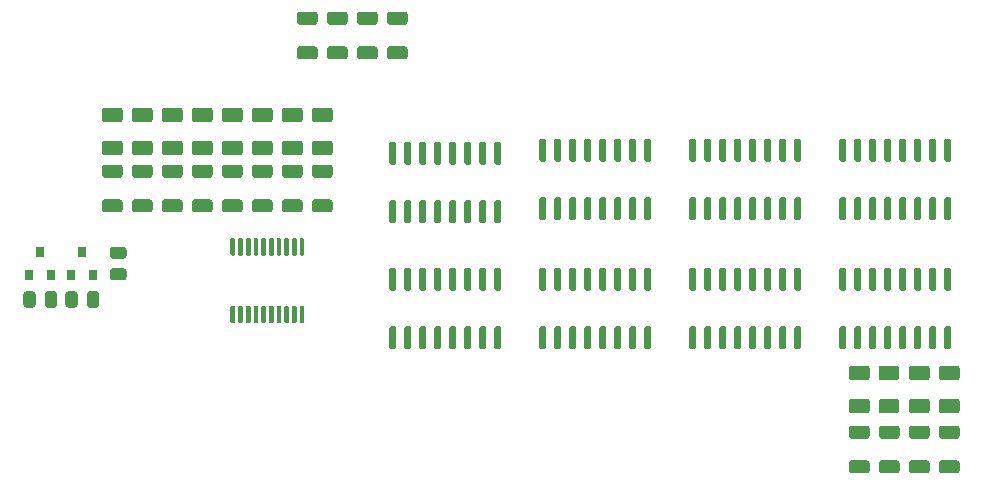
<source format=gbr>
%TF.GenerationSoftware,KiCad,Pcbnew,(5.1.10-1-10_14)*%
%TF.CreationDate,2021-10-20T01:40:30-04:00*%
%TF.ProjectId,ALU-RHS-bitwise,414c552d-5248-4532-9d62-697477697365,rev?*%
%TF.SameCoordinates,Original*%
%TF.FileFunction,Paste,Top*%
%TF.FilePolarity,Positive*%
%FSLAX46Y46*%
G04 Gerber Fmt 4.6, Leading zero omitted, Abs format (unit mm)*
G04 Created by KiCad (PCBNEW (5.1.10-1-10_14)) date 2021-10-20 01:40:30*
%MOMM*%
%LPD*%
G01*
G04 APERTURE LIST*
%ADD10R,0.800000X0.900000*%
G04 APERTURE END LIST*
%TO.C,U38*%
G36*
G01*
X178171001Y-71998000D02*
X176920999Y-71998000D01*
G75*
G02*
X176671000Y-71748001I0J249999D01*
G01*
X176671000Y-71122999D01*
G75*
G02*
X176920999Y-70873000I249999J0D01*
G01*
X178171001Y-70873000D01*
G75*
G02*
X178421000Y-71122999I0J-249999D01*
G01*
X178421000Y-71748001D01*
G75*
G02*
X178171001Y-71998000I-249999J0D01*
G01*
G37*
G36*
G01*
X178171001Y-74923000D02*
X176920999Y-74923000D01*
G75*
G02*
X176671000Y-74673001I0J249999D01*
G01*
X176671000Y-74047999D01*
G75*
G02*
X176920999Y-73798000I249999J0D01*
G01*
X178171001Y-73798000D01*
G75*
G02*
X178421000Y-74047999I0J-249999D01*
G01*
X178421000Y-74673001D01*
G75*
G02*
X178171001Y-74923000I-249999J0D01*
G01*
G37*
%TD*%
%TO.C,U37*%
G36*
G01*
X175631001Y-71998000D02*
X174380999Y-71998000D01*
G75*
G02*
X174131000Y-71748001I0J249999D01*
G01*
X174131000Y-71122999D01*
G75*
G02*
X174380999Y-70873000I249999J0D01*
G01*
X175631001Y-70873000D01*
G75*
G02*
X175881000Y-71122999I0J-249999D01*
G01*
X175881000Y-71748001D01*
G75*
G02*
X175631001Y-71998000I-249999J0D01*
G01*
G37*
G36*
G01*
X175631001Y-74923000D02*
X174380999Y-74923000D01*
G75*
G02*
X174131000Y-74673001I0J249999D01*
G01*
X174131000Y-74047999D01*
G75*
G02*
X174380999Y-73798000I249999J0D01*
G01*
X175631001Y-73798000D01*
G75*
G02*
X175881000Y-74047999I0J-249999D01*
G01*
X175881000Y-74673001D01*
G75*
G02*
X175631001Y-74923000I-249999J0D01*
G01*
G37*
%TD*%
%TO.C,U36*%
G36*
G01*
X182000999Y-73798000D02*
X183251001Y-73798000D01*
G75*
G02*
X183501000Y-74047999I0J-249999D01*
G01*
X183501000Y-74673001D01*
G75*
G02*
X183251001Y-74923000I-249999J0D01*
G01*
X182000999Y-74923000D01*
G75*
G02*
X181751000Y-74673001I0J249999D01*
G01*
X181751000Y-74047999D01*
G75*
G02*
X182000999Y-73798000I249999J0D01*
G01*
G37*
G36*
G01*
X182000999Y-70873000D02*
X183251001Y-70873000D01*
G75*
G02*
X183501000Y-71122999I0J-249999D01*
G01*
X183501000Y-71748001D01*
G75*
G02*
X183251001Y-71998000I-249999J0D01*
G01*
X182000999Y-71998000D01*
G75*
G02*
X181751000Y-71748001I0J249999D01*
G01*
X181751000Y-71122999D01*
G75*
G02*
X182000999Y-70873000I249999J0D01*
G01*
G37*
%TD*%
%TO.C,U35*%
G36*
G01*
X179460999Y-73798000D02*
X180711001Y-73798000D01*
G75*
G02*
X180961000Y-74047999I0J-249999D01*
G01*
X180961000Y-74673001D01*
G75*
G02*
X180711001Y-74923000I-249999J0D01*
G01*
X179460999Y-74923000D01*
G75*
G02*
X179211000Y-74673001I0J249999D01*
G01*
X179211000Y-74047999D01*
G75*
G02*
X179460999Y-73798000I249999J0D01*
G01*
G37*
G36*
G01*
X179460999Y-70873000D02*
X180711001Y-70873000D01*
G75*
G02*
X180961000Y-71122999I0J-249999D01*
G01*
X180961000Y-71748001D01*
G75*
G02*
X180711001Y-71998000I-249999J0D01*
G01*
X179460999Y-71998000D01*
G75*
G02*
X179211000Y-71748001I0J249999D01*
G01*
X179211000Y-71122999D01*
G75*
G02*
X179460999Y-70873000I249999J0D01*
G01*
G37*
%TD*%
%TO.C,R11*%
G36*
G01*
X152800000Y-95700001D02*
X152800000Y-94799999D01*
G75*
G02*
X153049999Y-94550000I249999J0D01*
G01*
X153575001Y-94550000D01*
G75*
G02*
X153825000Y-94799999I0J-249999D01*
G01*
X153825000Y-95700001D01*
G75*
G02*
X153575001Y-95950000I-249999J0D01*
G01*
X153049999Y-95950000D01*
G75*
G02*
X152800000Y-95700001I0J249999D01*
G01*
G37*
G36*
G01*
X150975000Y-95700001D02*
X150975000Y-94799999D01*
G75*
G02*
X151224999Y-94550000I249999J0D01*
G01*
X151750001Y-94550000D01*
G75*
G02*
X152000000Y-94799999I0J-249999D01*
G01*
X152000000Y-95700001D01*
G75*
G02*
X151750001Y-95950000I-249999J0D01*
G01*
X151224999Y-95950000D01*
G75*
G02*
X150975000Y-95700001I0J249999D01*
G01*
G37*
%TD*%
%TO.C,R10*%
G36*
G01*
X158553999Y-92602000D02*
X159454001Y-92602000D01*
G75*
G02*
X159704000Y-92851999I0J-249999D01*
G01*
X159704000Y-93377001D01*
G75*
G02*
X159454001Y-93627000I-249999J0D01*
G01*
X158553999Y-93627000D01*
G75*
G02*
X158304000Y-93377001I0J249999D01*
G01*
X158304000Y-92851999D01*
G75*
G02*
X158553999Y-92602000I249999J0D01*
G01*
G37*
G36*
G01*
X158553999Y-90777000D02*
X159454001Y-90777000D01*
G75*
G02*
X159704000Y-91026999I0J-249999D01*
G01*
X159704000Y-91552001D01*
G75*
G02*
X159454001Y-91802000I-249999J0D01*
G01*
X158553999Y-91802000D01*
G75*
G02*
X158304000Y-91552001I0J249999D01*
G01*
X158304000Y-91026999D01*
G75*
G02*
X158553999Y-90777000I249999J0D01*
G01*
G37*
%TD*%
%TO.C,R9*%
G36*
G01*
X156356000Y-95700001D02*
X156356000Y-94799999D01*
G75*
G02*
X156605999Y-94550000I249999J0D01*
G01*
X157131001Y-94550000D01*
G75*
G02*
X157381000Y-94799999I0J-249999D01*
G01*
X157381000Y-95700001D01*
G75*
G02*
X157131001Y-95950000I-249999J0D01*
G01*
X156605999Y-95950000D01*
G75*
G02*
X156356000Y-95700001I0J249999D01*
G01*
G37*
G36*
G01*
X154531000Y-95700001D02*
X154531000Y-94799999D01*
G75*
G02*
X154780999Y-94550000I249999J0D01*
G01*
X155306001Y-94550000D01*
G75*
G02*
X155556000Y-94799999I0J-249999D01*
G01*
X155556000Y-95700001D01*
G75*
G02*
X155306001Y-95950000I-249999J0D01*
G01*
X154780999Y-95950000D01*
G75*
G02*
X154531000Y-95700001I0J249999D01*
G01*
G37*
%TD*%
%TO.C,U34*%
G36*
G01*
X222367002Y-107050000D02*
X221116998Y-107050000D01*
G75*
G02*
X220867000Y-106800002I0J249998D01*
G01*
X220867000Y-106174998D01*
G75*
G02*
X221116998Y-105925000I249998J0D01*
G01*
X222367002Y-105925000D01*
G75*
G02*
X222617000Y-106174998I0J-249998D01*
G01*
X222617000Y-106800002D01*
G75*
G02*
X222367002Y-107050000I-249998J0D01*
G01*
G37*
G36*
G01*
X222367002Y-109975000D02*
X221116998Y-109975000D01*
G75*
G02*
X220867000Y-109725002I0J249998D01*
G01*
X220867000Y-109099998D01*
G75*
G02*
X221116998Y-108850000I249998J0D01*
G01*
X222367002Y-108850000D01*
G75*
G02*
X222617000Y-109099998I0J-249998D01*
G01*
X222617000Y-109725002D01*
G75*
G02*
X222367002Y-109975000I-249998J0D01*
G01*
G37*
%TD*%
%TO.C,U33*%
G36*
G01*
X222367000Y-102095000D02*
X221117000Y-102095000D01*
G75*
G02*
X220867000Y-101845000I0J250000D01*
G01*
X220867000Y-101095000D01*
G75*
G02*
X221117000Y-100845000I250000J0D01*
G01*
X222367000Y-100845000D01*
G75*
G02*
X222617000Y-101095000I0J-250000D01*
G01*
X222617000Y-101845000D01*
G75*
G02*
X222367000Y-102095000I-250000J0D01*
G01*
G37*
G36*
G01*
X222367000Y-104895000D02*
X221117000Y-104895000D01*
G75*
G02*
X220867000Y-104645000I0J250000D01*
G01*
X220867000Y-103895000D01*
G75*
G02*
X221117000Y-103645000I250000J0D01*
G01*
X222367000Y-103645000D01*
G75*
G02*
X222617000Y-103895000I0J-250000D01*
G01*
X222617000Y-104645000D01*
G75*
G02*
X222367000Y-104895000I-250000J0D01*
G01*
G37*
%TD*%
%TO.C,U32*%
G36*
G01*
X223656998Y-108850000D02*
X224907002Y-108850000D01*
G75*
G02*
X225157000Y-109099998I0J-249998D01*
G01*
X225157000Y-109725002D01*
G75*
G02*
X224907002Y-109975000I-249998J0D01*
G01*
X223656998Y-109975000D01*
G75*
G02*
X223407000Y-109725002I0J249998D01*
G01*
X223407000Y-109099998D01*
G75*
G02*
X223656998Y-108850000I249998J0D01*
G01*
G37*
G36*
G01*
X223656998Y-105925000D02*
X224907002Y-105925000D01*
G75*
G02*
X225157000Y-106174998I0J-249998D01*
G01*
X225157000Y-106800002D01*
G75*
G02*
X224907002Y-107050000I-249998J0D01*
G01*
X223656998Y-107050000D01*
G75*
G02*
X223407000Y-106800002I0J249998D01*
G01*
X223407000Y-106174998D01*
G75*
G02*
X223656998Y-105925000I249998J0D01*
G01*
G37*
%TD*%
%TO.C,U31*%
G36*
G01*
X224881500Y-102095000D02*
X223631500Y-102095000D01*
G75*
G02*
X223381500Y-101845000I0J250000D01*
G01*
X223381500Y-101095000D01*
G75*
G02*
X223631500Y-100845000I250000J0D01*
G01*
X224881500Y-100845000D01*
G75*
G02*
X225131500Y-101095000I0J-250000D01*
G01*
X225131500Y-101845000D01*
G75*
G02*
X224881500Y-102095000I-250000J0D01*
G01*
G37*
G36*
G01*
X224881500Y-104895000D02*
X223631500Y-104895000D01*
G75*
G02*
X223381500Y-104645000I0J250000D01*
G01*
X223381500Y-103895000D01*
G75*
G02*
X223631500Y-103645000I250000J0D01*
G01*
X224881500Y-103645000D01*
G75*
G02*
X225131500Y-103895000I0J-250000D01*
G01*
X225131500Y-104645000D01*
G75*
G02*
X224881500Y-104895000I-250000J0D01*
G01*
G37*
%TD*%
%TO.C,U30*%
G36*
G01*
X226196998Y-108850000D02*
X227447002Y-108850000D01*
G75*
G02*
X227697000Y-109099998I0J-249998D01*
G01*
X227697000Y-109725002D01*
G75*
G02*
X227447002Y-109975000I-249998J0D01*
G01*
X226196998Y-109975000D01*
G75*
G02*
X225947000Y-109725002I0J249998D01*
G01*
X225947000Y-109099998D01*
G75*
G02*
X226196998Y-108850000I249998J0D01*
G01*
G37*
G36*
G01*
X226196998Y-105925000D02*
X227447002Y-105925000D01*
G75*
G02*
X227697000Y-106174998I0J-249998D01*
G01*
X227697000Y-106800002D01*
G75*
G02*
X227447002Y-107050000I-249998J0D01*
G01*
X226196998Y-107050000D01*
G75*
G02*
X225947000Y-106800002I0J249998D01*
G01*
X225947000Y-106174998D01*
G75*
G02*
X226196998Y-105925000I249998J0D01*
G01*
G37*
%TD*%
%TO.C,U29*%
G36*
G01*
X227447000Y-102095000D02*
X226197000Y-102095000D01*
G75*
G02*
X225947000Y-101845000I0J250000D01*
G01*
X225947000Y-101095000D01*
G75*
G02*
X226197000Y-100845000I250000J0D01*
G01*
X227447000Y-100845000D01*
G75*
G02*
X227697000Y-101095000I0J-250000D01*
G01*
X227697000Y-101845000D01*
G75*
G02*
X227447000Y-102095000I-250000J0D01*
G01*
G37*
G36*
G01*
X227447000Y-104895000D02*
X226197000Y-104895000D01*
G75*
G02*
X225947000Y-104645000I0J250000D01*
G01*
X225947000Y-103895000D01*
G75*
G02*
X226197000Y-103645000I250000J0D01*
G01*
X227447000Y-103645000D01*
G75*
G02*
X227697000Y-103895000I0J-250000D01*
G01*
X227697000Y-104645000D01*
G75*
G02*
X227447000Y-104895000I-250000J0D01*
G01*
G37*
%TD*%
%TO.C,U28*%
G36*
G01*
X228736998Y-108850000D02*
X229987002Y-108850000D01*
G75*
G02*
X230237000Y-109099998I0J-249998D01*
G01*
X230237000Y-109725002D01*
G75*
G02*
X229987002Y-109975000I-249998J0D01*
G01*
X228736998Y-109975000D01*
G75*
G02*
X228487000Y-109725002I0J249998D01*
G01*
X228487000Y-109099998D01*
G75*
G02*
X228736998Y-108850000I249998J0D01*
G01*
G37*
G36*
G01*
X228736998Y-105925000D02*
X229987002Y-105925000D01*
G75*
G02*
X230237000Y-106174998I0J-249998D01*
G01*
X230237000Y-106800002D01*
G75*
G02*
X229987002Y-107050000I-249998J0D01*
G01*
X228736998Y-107050000D01*
G75*
G02*
X228487000Y-106800002I0J249998D01*
G01*
X228487000Y-106174998D01*
G75*
G02*
X228736998Y-105925000I249998J0D01*
G01*
G37*
%TD*%
%TO.C,U27*%
G36*
G01*
X229987000Y-102095000D02*
X228737000Y-102095000D01*
G75*
G02*
X228487000Y-101845000I0J250000D01*
G01*
X228487000Y-101095000D01*
G75*
G02*
X228737000Y-100845000I250000J0D01*
G01*
X229987000Y-100845000D01*
G75*
G02*
X230237000Y-101095000I0J-250000D01*
G01*
X230237000Y-101845000D01*
G75*
G02*
X229987000Y-102095000I-250000J0D01*
G01*
G37*
G36*
G01*
X229987000Y-104895000D02*
X228737000Y-104895000D01*
G75*
G02*
X228487000Y-104645000I0J250000D01*
G01*
X228487000Y-103895000D01*
G75*
G02*
X228737000Y-103645000I250000J0D01*
G01*
X229987000Y-103645000D01*
G75*
G02*
X230237000Y-103895000I0J-250000D01*
G01*
X230237000Y-104645000D01*
G75*
G02*
X229987000Y-104895000I-250000J0D01*
G01*
G37*
%TD*%
%TO.C,U16*%
G36*
G01*
X176901000Y-80251000D02*
X175651000Y-80251000D01*
G75*
G02*
X175401000Y-80001000I0J250000D01*
G01*
X175401000Y-79251000D01*
G75*
G02*
X175651000Y-79001000I250000J0D01*
G01*
X176901000Y-79001000D01*
G75*
G02*
X177151000Y-79251000I0J-250000D01*
G01*
X177151000Y-80001000D01*
G75*
G02*
X176901000Y-80251000I-250000J0D01*
G01*
G37*
G36*
G01*
X176901000Y-83051000D02*
X175651000Y-83051000D01*
G75*
G02*
X175401000Y-82801000I0J250000D01*
G01*
X175401000Y-82051000D01*
G75*
G02*
X175651000Y-81801000I250000J0D01*
G01*
X176901000Y-81801000D01*
G75*
G02*
X177151000Y-82051000I0J-250000D01*
G01*
X177151000Y-82801000D01*
G75*
G02*
X176901000Y-83051000I-250000J0D01*
G01*
G37*
%TD*%
%TO.C,U14*%
G36*
G01*
X174361000Y-80251000D02*
X173111000Y-80251000D01*
G75*
G02*
X172861000Y-80001000I0J250000D01*
G01*
X172861000Y-79251000D01*
G75*
G02*
X173111000Y-79001000I250000J0D01*
G01*
X174361000Y-79001000D01*
G75*
G02*
X174611000Y-79251000I0J-250000D01*
G01*
X174611000Y-80001000D01*
G75*
G02*
X174361000Y-80251000I-250000J0D01*
G01*
G37*
G36*
G01*
X174361000Y-83051000D02*
X173111000Y-83051000D01*
G75*
G02*
X172861000Y-82801000I0J250000D01*
G01*
X172861000Y-82051000D01*
G75*
G02*
X173111000Y-81801000I250000J0D01*
G01*
X174361000Y-81801000D01*
G75*
G02*
X174611000Y-82051000I0J-250000D01*
G01*
X174611000Y-82801000D01*
G75*
G02*
X174361000Y-83051000I-250000J0D01*
G01*
G37*
%TD*%
%TO.C,U12*%
G36*
G01*
X171821000Y-80251000D02*
X170571000Y-80251000D01*
G75*
G02*
X170321000Y-80001000I0J250000D01*
G01*
X170321000Y-79251000D01*
G75*
G02*
X170571000Y-79001000I250000J0D01*
G01*
X171821000Y-79001000D01*
G75*
G02*
X172071000Y-79251000I0J-250000D01*
G01*
X172071000Y-80001000D01*
G75*
G02*
X171821000Y-80251000I-250000J0D01*
G01*
G37*
G36*
G01*
X171821000Y-83051000D02*
X170571000Y-83051000D01*
G75*
G02*
X170321000Y-82801000I0J250000D01*
G01*
X170321000Y-82051000D01*
G75*
G02*
X170571000Y-81801000I250000J0D01*
G01*
X171821000Y-81801000D01*
G75*
G02*
X172071000Y-82051000I0J-250000D01*
G01*
X172071000Y-82801000D01*
G75*
G02*
X171821000Y-83051000I-250000J0D01*
G01*
G37*
%TD*%
%TO.C,U10*%
G36*
G01*
X169281000Y-80251000D02*
X168031000Y-80251000D01*
G75*
G02*
X167781000Y-80001000I0J250000D01*
G01*
X167781000Y-79251000D01*
G75*
G02*
X168031000Y-79001000I250000J0D01*
G01*
X169281000Y-79001000D01*
G75*
G02*
X169531000Y-79251000I0J-250000D01*
G01*
X169531000Y-80001000D01*
G75*
G02*
X169281000Y-80251000I-250000J0D01*
G01*
G37*
G36*
G01*
X169281000Y-83051000D02*
X168031000Y-83051000D01*
G75*
G02*
X167781000Y-82801000I0J250000D01*
G01*
X167781000Y-82051000D01*
G75*
G02*
X168031000Y-81801000I250000J0D01*
G01*
X169281000Y-81801000D01*
G75*
G02*
X169531000Y-82051000I0J-250000D01*
G01*
X169531000Y-82801000D01*
G75*
G02*
X169281000Y-83051000I-250000J0D01*
G01*
G37*
%TD*%
%TO.C,U8*%
G36*
G01*
X166741000Y-80251000D02*
X165491000Y-80251000D01*
G75*
G02*
X165241000Y-80001000I0J250000D01*
G01*
X165241000Y-79251000D01*
G75*
G02*
X165491000Y-79001000I250000J0D01*
G01*
X166741000Y-79001000D01*
G75*
G02*
X166991000Y-79251000I0J-250000D01*
G01*
X166991000Y-80001000D01*
G75*
G02*
X166741000Y-80251000I-250000J0D01*
G01*
G37*
G36*
G01*
X166741000Y-83051000D02*
X165491000Y-83051000D01*
G75*
G02*
X165241000Y-82801000I0J250000D01*
G01*
X165241000Y-82051000D01*
G75*
G02*
X165491000Y-81801000I250000J0D01*
G01*
X166741000Y-81801000D01*
G75*
G02*
X166991000Y-82051000I0J-250000D01*
G01*
X166991000Y-82801000D01*
G75*
G02*
X166741000Y-83051000I-250000J0D01*
G01*
G37*
%TD*%
%TO.C,U6*%
G36*
G01*
X164201000Y-80251000D02*
X162951000Y-80251000D01*
G75*
G02*
X162701000Y-80001000I0J250000D01*
G01*
X162701000Y-79251000D01*
G75*
G02*
X162951000Y-79001000I250000J0D01*
G01*
X164201000Y-79001000D01*
G75*
G02*
X164451000Y-79251000I0J-250000D01*
G01*
X164451000Y-80001000D01*
G75*
G02*
X164201000Y-80251000I-250000J0D01*
G01*
G37*
G36*
G01*
X164201000Y-83051000D02*
X162951000Y-83051000D01*
G75*
G02*
X162701000Y-82801000I0J250000D01*
G01*
X162701000Y-82051000D01*
G75*
G02*
X162951000Y-81801000I250000J0D01*
G01*
X164201000Y-81801000D01*
G75*
G02*
X164451000Y-82051000I0J-250000D01*
G01*
X164451000Y-82801000D01*
G75*
G02*
X164201000Y-83051000I-250000J0D01*
G01*
G37*
%TD*%
%TO.C,U4*%
G36*
G01*
X161661000Y-80251000D02*
X160411000Y-80251000D01*
G75*
G02*
X160161000Y-80001000I0J250000D01*
G01*
X160161000Y-79251000D01*
G75*
G02*
X160411000Y-79001000I250000J0D01*
G01*
X161661000Y-79001000D01*
G75*
G02*
X161911000Y-79251000I0J-250000D01*
G01*
X161911000Y-80001000D01*
G75*
G02*
X161661000Y-80251000I-250000J0D01*
G01*
G37*
G36*
G01*
X161661000Y-83051000D02*
X160411000Y-83051000D01*
G75*
G02*
X160161000Y-82801000I0J250000D01*
G01*
X160161000Y-82051000D01*
G75*
G02*
X160411000Y-81801000I250000J0D01*
G01*
X161661000Y-81801000D01*
G75*
G02*
X161911000Y-82051000I0J-250000D01*
G01*
X161911000Y-82801000D01*
G75*
G02*
X161661000Y-83051000I-250000J0D01*
G01*
G37*
%TD*%
%TO.C,U2*%
G36*
G01*
X159121000Y-80251000D02*
X157871000Y-80251000D01*
G75*
G02*
X157621000Y-80001000I0J250000D01*
G01*
X157621000Y-79251000D01*
G75*
G02*
X157871000Y-79001000I250000J0D01*
G01*
X159121000Y-79001000D01*
G75*
G02*
X159371000Y-79251000I0J-250000D01*
G01*
X159371000Y-80001000D01*
G75*
G02*
X159121000Y-80251000I-250000J0D01*
G01*
G37*
G36*
G01*
X159121000Y-83051000D02*
X157871000Y-83051000D01*
G75*
G02*
X157621000Y-82801000I0J250000D01*
G01*
X157621000Y-82051000D01*
G75*
G02*
X157871000Y-81801000I250000J0D01*
G01*
X159121000Y-81801000D01*
G75*
G02*
X159371000Y-82051000I0J-250000D01*
G01*
X159371000Y-82801000D01*
G75*
G02*
X159121000Y-83051000I-250000J0D01*
G01*
G37*
%TD*%
%TO.C,R8*%
G36*
G01*
X175650998Y-86752000D02*
X176901002Y-86752000D01*
G75*
G02*
X177151000Y-87001998I0J-249998D01*
G01*
X177151000Y-87627002D01*
G75*
G02*
X176901002Y-87877000I-249998J0D01*
G01*
X175650998Y-87877000D01*
G75*
G02*
X175401000Y-87627002I0J249998D01*
G01*
X175401000Y-87001998D01*
G75*
G02*
X175650998Y-86752000I249998J0D01*
G01*
G37*
G36*
G01*
X175650998Y-83827000D02*
X176901002Y-83827000D01*
G75*
G02*
X177151000Y-84076998I0J-249998D01*
G01*
X177151000Y-84702002D01*
G75*
G02*
X176901002Y-84952000I-249998J0D01*
G01*
X175650998Y-84952000D01*
G75*
G02*
X175401000Y-84702002I0J249998D01*
G01*
X175401000Y-84076998D01*
G75*
G02*
X175650998Y-83827000I249998J0D01*
G01*
G37*
%TD*%
%TO.C,R7*%
G36*
G01*
X173110998Y-86752000D02*
X174361002Y-86752000D01*
G75*
G02*
X174611000Y-87001998I0J-249998D01*
G01*
X174611000Y-87627002D01*
G75*
G02*
X174361002Y-87877000I-249998J0D01*
G01*
X173110998Y-87877000D01*
G75*
G02*
X172861000Y-87627002I0J249998D01*
G01*
X172861000Y-87001998D01*
G75*
G02*
X173110998Y-86752000I249998J0D01*
G01*
G37*
G36*
G01*
X173110998Y-83827000D02*
X174361002Y-83827000D01*
G75*
G02*
X174611000Y-84076998I0J-249998D01*
G01*
X174611000Y-84702002D01*
G75*
G02*
X174361002Y-84952000I-249998J0D01*
G01*
X173110998Y-84952000D01*
G75*
G02*
X172861000Y-84702002I0J249998D01*
G01*
X172861000Y-84076998D01*
G75*
G02*
X173110998Y-83827000I249998J0D01*
G01*
G37*
%TD*%
%TO.C,R6*%
G36*
G01*
X170570998Y-86752000D02*
X171821002Y-86752000D01*
G75*
G02*
X172071000Y-87001998I0J-249998D01*
G01*
X172071000Y-87627002D01*
G75*
G02*
X171821002Y-87877000I-249998J0D01*
G01*
X170570998Y-87877000D01*
G75*
G02*
X170321000Y-87627002I0J249998D01*
G01*
X170321000Y-87001998D01*
G75*
G02*
X170570998Y-86752000I249998J0D01*
G01*
G37*
G36*
G01*
X170570998Y-83827000D02*
X171821002Y-83827000D01*
G75*
G02*
X172071000Y-84076998I0J-249998D01*
G01*
X172071000Y-84702002D01*
G75*
G02*
X171821002Y-84952000I-249998J0D01*
G01*
X170570998Y-84952000D01*
G75*
G02*
X170321000Y-84702002I0J249998D01*
G01*
X170321000Y-84076998D01*
G75*
G02*
X170570998Y-83827000I249998J0D01*
G01*
G37*
%TD*%
%TO.C,R5*%
G36*
G01*
X168030998Y-86752000D02*
X169281002Y-86752000D01*
G75*
G02*
X169531000Y-87001998I0J-249998D01*
G01*
X169531000Y-87627002D01*
G75*
G02*
X169281002Y-87877000I-249998J0D01*
G01*
X168030998Y-87877000D01*
G75*
G02*
X167781000Y-87627002I0J249998D01*
G01*
X167781000Y-87001998D01*
G75*
G02*
X168030998Y-86752000I249998J0D01*
G01*
G37*
G36*
G01*
X168030998Y-83827000D02*
X169281002Y-83827000D01*
G75*
G02*
X169531000Y-84076998I0J-249998D01*
G01*
X169531000Y-84702002D01*
G75*
G02*
X169281002Y-84952000I-249998J0D01*
G01*
X168030998Y-84952000D01*
G75*
G02*
X167781000Y-84702002I0J249998D01*
G01*
X167781000Y-84076998D01*
G75*
G02*
X168030998Y-83827000I249998J0D01*
G01*
G37*
%TD*%
%TO.C,R4*%
G36*
G01*
X165490998Y-86752000D02*
X166741002Y-86752000D01*
G75*
G02*
X166991000Y-87001998I0J-249998D01*
G01*
X166991000Y-87627002D01*
G75*
G02*
X166741002Y-87877000I-249998J0D01*
G01*
X165490998Y-87877000D01*
G75*
G02*
X165241000Y-87627002I0J249998D01*
G01*
X165241000Y-87001998D01*
G75*
G02*
X165490998Y-86752000I249998J0D01*
G01*
G37*
G36*
G01*
X165490998Y-83827000D02*
X166741002Y-83827000D01*
G75*
G02*
X166991000Y-84076998I0J-249998D01*
G01*
X166991000Y-84702002D01*
G75*
G02*
X166741002Y-84952000I-249998J0D01*
G01*
X165490998Y-84952000D01*
G75*
G02*
X165241000Y-84702002I0J249998D01*
G01*
X165241000Y-84076998D01*
G75*
G02*
X165490998Y-83827000I249998J0D01*
G01*
G37*
%TD*%
%TO.C,R3*%
G36*
G01*
X162950998Y-86752000D02*
X164201002Y-86752000D01*
G75*
G02*
X164451000Y-87001998I0J-249998D01*
G01*
X164451000Y-87627002D01*
G75*
G02*
X164201002Y-87877000I-249998J0D01*
G01*
X162950998Y-87877000D01*
G75*
G02*
X162701000Y-87627002I0J249998D01*
G01*
X162701000Y-87001998D01*
G75*
G02*
X162950998Y-86752000I249998J0D01*
G01*
G37*
G36*
G01*
X162950998Y-83827000D02*
X164201002Y-83827000D01*
G75*
G02*
X164451000Y-84076998I0J-249998D01*
G01*
X164451000Y-84702002D01*
G75*
G02*
X164201002Y-84952000I-249998J0D01*
G01*
X162950998Y-84952000D01*
G75*
G02*
X162701000Y-84702002I0J249998D01*
G01*
X162701000Y-84076998D01*
G75*
G02*
X162950998Y-83827000I249998J0D01*
G01*
G37*
%TD*%
%TO.C,R2*%
G36*
G01*
X160410998Y-86752000D02*
X161661002Y-86752000D01*
G75*
G02*
X161911000Y-87001998I0J-249998D01*
G01*
X161911000Y-87627002D01*
G75*
G02*
X161661002Y-87877000I-249998J0D01*
G01*
X160410998Y-87877000D01*
G75*
G02*
X160161000Y-87627002I0J249998D01*
G01*
X160161000Y-87001998D01*
G75*
G02*
X160410998Y-86752000I249998J0D01*
G01*
G37*
G36*
G01*
X160410998Y-83827000D02*
X161661002Y-83827000D01*
G75*
G02*
X161911000Y-84076998I0J-249998D01*
G01*
X161911000Y-84702002D01*
G75*
G02*
X161661002Y-84952000I-249998J0D01*
G01*
X160410998Y-84952000D01*
G75*
G02*
X160161000Y-84702002I0J249998D01*
G01*
X160161000Y-84076998D01*
G75*
G02*
X160410998Y-83827000I249998J0D01*
G01*
G37*
%TD*%
%TO.C,R1*%
G36*
G01*
X157870998Y-86752000D02*
X159121002Y-86752000D01*
G75*
G02*
X159371000Y-87001998I0J-249998D01*
G01*
X159371000Y-87627002D01*
G75*
G02*
X159121002Y-87877000I-249998J0D01*
G01*
X157870998Y-87877000D01*
G75*
G02*
X157621000Y-87627002I0J249998D01*
G01*
X157621000Y-87001998D01*
G75*
G02*
X157870998Y-86752000I249998J0D01*
G01*
G37*
G36*
G01*
X157870998Y-83827000D02*
X159121002Y-83827000D01*
G75*
G02*
X159371000Y-84076998I0J-249998D01*
G01*
X159371000Y-84702002D01*
G75*
G02*
X159121002Y-84952000I-249998J0D01*
G01*
X157870998Y-84952000D01*
G75*
G02*
X157621000Y-84702002I0J249998D01*
G01*
X157621000Y-84076998D01*
G75*
G02*
X157870998Y-83827000I249998J0D01*
G01*
G37*
%TD*%
%TO.C,U46*%
G36*
G01*
X168808000Y-91532500D02*
X168608000Y-91532500D01*
G75*
G02*
X168508000Y-91432500I0J100000D01*
G01*
X168508000Y-90157500D01*
G75*
G02*
X168608000Y-90057500I100000J0D01*
G01*
X168808000Y-90057500D01*
G75*
G02*
X168908000Y-90157500I0J-100000D01*
G01*
X168908000Y-91432500D01*
G75*
G02*
X168808000Y-91532500I-100000J0D01*
G01*
G37*
G36*
G01*
X169458000Y-91532500D02*
X169258000Y-91532500D01*
G75*
G02*
X169158000Y-91432500I0J100000D01*
G01*
X169158000Y-90157500D01*
G75*
G02*
X169258000Y-90057500I100000J0D01*
G01*
X169458000Y-90057500D01*
G75*
G02*
X169558000Y-90157500I0J-100000D01*
G01*
X169558000Y-91432500D01*
G75*
G02*
X169458000Y-91532500I-100000J0D01*
G01*
G37*
G36*
G01*
X170108000Y-91532500D02*
X169908000Y-91532500D01*
G75*
G02*
X169808000Y-91432500I0J100000D01*
G01*
X169808000Y-90157500D01*
G75*
G02*
X169908000Y-90057500I100000J0D01*
G01*
X170108000Y-90057500D01*
G75*
G02*
X170208000Y-90157500I0J-100000D01*
G01*
X170208000Y-91432500D01*
G75*
G02*
X170108000Y-91532500I-100000J0D01*
G01*
G37*
G36*
G01*
X170758000Y-91532500D02*
X170558000Y-91532500D01*
G75*
G02*
X170458000Y-91432500I0J100000D01*
G01*
X170458000Y-90157500D01*
G75*
G02*
X170558000Y-90057500I100000J0D01*
G01*
X170758000Y-90057500D01*
G75*
G02*
X170858000Y-90157500I0J-100000D01*
G01*
X170858000Y-91432500D01*
G75*
G02*
X170758000Y-91532500I-100000J0D01*
G01*
G37*
G36*
G01*
X171408000Y-91532500D02*
X171208000Y-91532500D01*
G75*
G02*
X171108000Y-91432500I0J100000D01*
G01*
X171108000Y-90157500D01*
G75*
G02*
X171208000Y-90057500I100000J0D01*
G01*
X171408000Y-90057500D01*
G75*
G02*
X171508000Y-90157500I0J-100000D01*
G01*
X171508000Y-91432500D01*
G75*
G02*
X171408000Y-91532500I-100000J0D01*
G01*
G37*
G36*
G01*
X172058000Y-91532500D02*
X171858000Y-91532500D01*
G75*
G02*
X171758000Y-91432500I0J100000D01*
G01*
X171758000Y-90157500D01*
G75*
G02*
X171858000Y-90057500I100000J0D01*
G01*
X172058000Y-90057500D01*
G75*
G02*
X172158000Y-90157500I0J-100000D01*
G01*
X172158000Y-91432500D01*
G75*
G02*
X172058000Y-91532500I-100000J0D01*
G01*
G37*
G36*
G01*
X172708000Y-91532500D02*
X172508000Y-91532500D01*
G75*
G02*
X172408000Y-91432500I0J100000D01*
G01*
X172408000Y-90157500D01*
G75*
G02*
X172508000Y-90057500I100000J0D01*
G01*
X172708000Y-90057500D01*
G75*
G02*
X172808000Y-90157500I0J-100000D01*
G01*
X172808000Y-91432500D01*
G75*
G02*
X172708000Y-91532500I-100000J0D01*
G01*
G37*
G36*
G01*
X173358000Y-91532500D02*
X173158000Y-91532500D01*
G75*
G02*
X173058000Y-91432500I0J100000D01*
G01*
X173058000Y-90157500D01*
G75*
G02*
X173158000Y-90057500I100000J0D01*
G01*
X173358000Y-90057500D01*
G75*
G02*
X173458000Y-90157500I0J-100000D01*
G01*
X173458000Y-91432500D01*
G75*
G02*
X173358000Y-91532500I-100000J0D01*
G01*
G37*
G36*
G01*
X174008000Y-91532500D02*
X173808000Y-91532500D01*
G75*
G02*
X173708000Y-91432500I0J100000D01*
G01*
X173708000Y-90157500D01*
G75*
G02*
X173808000Y-90057500I100000J0D01*
G01*
X174008000Y-90057500D01*
G75*
G02*
X174108000Y-90157500I0J-100000D01*
G01*
X174108000Y-91432500D01*
G75*
G02*
X174008000Y-91532500I-100000J0D01*
G01*
G37*
G36*
G01*
X174658000Y-91532500D02*
X174458000Y-91532500D01*
G75*
G02*
X174358000Y-91432500I0J100000D01*
G01*
X174358000Y-90157500D01*
G75*
G02*
X174458000Y-90057500I100000J0D01*
G01*
X174658000Y-90057500D01*
G75*
G02*
X174758000Y-90157500I0J-100000D01*
G01*
X174758000Y-91432500D01*
G75*
G02*
X174658000Y-91532500I-100000J0D01*
G01*
G37*
G36*
G01*
X174658000Y-97257500D02*
X174458000Y-97257500D01*
G75*
G02*
X174358000Y-97157500I0J100000D01*
G01*
X174358000Y-95882500D01*
G75*
G02*
X174458000Y-95782500I100000J0D01*
G01*
X174658000Y-95782500D01*
G75*
G02*
X174758000Y-95882500I0J-100000D01*
G01*
X174758000Y-97157500D01*
G75*
G02*
X174658000Y-97257500I-100000J0D01*
G01*
G37*
G36*
G01*
X174008000Y-97257500D02*
X173808000Y-97257500D01*
G75*
G02*
X173708000Y-97157500I0J100000D01*
G01*
X173708000Y-95882500D01*
G75*
G02*
X173808000Y-95782500I100000J0D01*
G01*
X174008000Y-95782500D01*
G75*
G02*
X174108000Y-95882500I0J-100000D01*
G01*
X174108000Y-97157500D01*
G75*
G02*
X174008000Y-97257500I-100000J0D01*
G01*
G37*
G36*
G01*
X173358000Y-97257500D02*
X173158000Y-97257500D01*
G75*
G02*
X173058000Y-97157500I0J100000D01*
G01*
X173058000Y-95882500D01*
G75*
G02*
X173158000Y-95782500I100000J0D01*
G01*
X173358000Y-95782500D01*
G75*
G02*
X173458000Y-95882500I0J-100000D01*
G01*
X173458000Y-97157500D01*
G75*
G02*
X173358000Y-97257500I-100000J0D01*
G01*
G37*
G36*
G01*
X172708000Y-97257500D02*
X172508000Y-97257500D01*
G75*
G02*
X172408000Y-97157500I0J100000D01*
G01*
X172408000Y-95882500D01*
G75*
G02*
X172508000Y-95782500I100000J0D01*
G01*
X172708000Y-95782500D01*
G75*
G02*
X172808000Y-95882500I0J-100000D01*
G01*
X172808000Y-97157500D01*
G75*
G02*
X172708000Y-97257500I-100000J0D01*
G01*
G37*
G36*
G01*
X172058000Y-97257500D02*
X171858000Y-97257500D01*
G75*
G02*
X171758000Y-97157500I0J100000D01*
G01*
X171758000Y-95882500D01*
G75*
G02*
X171858000Y-95782500I100000J0D01*
G01*
X172058000Y-95782500D01*
G75*
G02*
X172158000Y-95882500I0J-100000D01*
G01*
X172158000Y-97157500D01*
G75*
G02*
X172058000Y-97257500I-100000J0D01*
G01*
G37*
G36*
G01*
X171408000Y-97257500D02*
X171208000Y-97257500D01*
G75*
G02*
X171108000Y-97157500I0J100000D01*
G01*
X171108000Y-95882500D01*
G75*
G02*
X171208000Y-95782500I100000J0D01*
G01*
X171408000Y-95782500D01*
G75*
G02*
X171508000Y-95882500I0J-100000D01*
G01*
X171508000Y-97157500D01*
G75*
G02*
X171408000Y-97257500I-100000J0D01*
G01*
G37*
G36*
G01*
X170758000Y-97257500D02*
X170558000Y-97257500D01*
G75*
G02*
X170458000Y-97157500I0J100000D01*
G01*
X170458000Y-95882500D01*
G75*
G02*
X170558000Y-95782500I100000J0D01*
G01*
X170758000Y-95782500D01*
G75*
G02*
X170858000Y-95882500I0J-100000D01*
G01*
X170858000Y-97157500D01*
G75*
G02*
X170758000Y-97257500I-100000J0D01*
G01*
G37*
G36*
G01*
X170108000Y-97257500D02*
X169908000Y-97257500D01*
G75*
G02*
X169808000Y-97157500I0J100000D01*
G01*
X169808000Y-95882500D01*
G75*
G02*
X169908000Y-95782500I100000J0D01*
G01*
X170108000Y-95782500D01*
G75*
G02*
X170208000Y-95882500I0J-100000D01*
G01*
X170208000Y-97157500D01*
G75*
G02*
X170108000Y-97257500I-100000J0D01*
G01*
G37*
G36*
G01*
X169458000Y-97257500D02*
X169258000Y-97257500D01*
G75*
G02*
X169158000Y-97157500I0J100000D01*
G01*
X169158000Y-95882500D01*
G75*
G02*
X169258000Y-95782500I100000J0D01*
G01*
X169458000Y-95782500D01*
G75*
G02*
X169558000Y-95882500I0J-100000D01*
G01*
X169558000Y-97157500D01*
G75*
G02*
X169458000Y-97257500I-100000J0D01*
G01*
G37*
G36*
G01*
X168808000Y-97257500D02*
X168608000Y-97257500D01*
G75*
G02*
X168508000Y-97157500I0J100000D01*
G01*
X168508000Y-95882500D01*
G75*
G02*
X168608000Y-95782500I100000J0D01*
G01*
X168808000Y-95782500D01*
G75*
G02*
X168908000Y-95882500I0J-100000D01*
G01*
X168908000Y-97157500D01*
G75*
G02*
X168808000Y-97257500I-100000J0D01*
G01*
G37*
%TD*%
D10*
%TO.C,Q2*%
X152400000Y-91202000D03*
X153350000Y-93202000D03*
X151450000Y-93202000D03*
%TD*%
%TO.C,Q1*%
X155956000Y-91202000D03*
X156906000Y-93202000D03*
X155006000Y-93202000D03*
%TD*%
%TO.C,U45*%
G36*
G01*
X220495000Y-94512000D02*
X220195000Y-94512000D01*
G75*
G02*
X220045000Y-94362000I0J150000D01*
G01*
X220045000Y-92712000D01*
G75*
G02*
X220195000Y-92562000I150000J0D01*
G01*
X220495000Y-92562000D01*
G75*
G02*
X220645000Y-92712000I0J-150000D01*
G01*
X220645000Y-94362000D01*
G75*
G02*
X220495000Y-94512000I-150000J0D01*
G01*
G37*
G36*
G01*
X221765000Y-94512000D02*
X221465000Y-94512000D01*
G75*
G02*
X221315000Y-94362000I0J150000D01*
G01*
X221315000Y-92712000D01*
G75*
G02*
X221465000Y-92562000I150000J0D01*
G01*
X221765000Y-92562000D01*
G75*
G02*
X221915000Y-92712000I0J-150000D01*
G01*
X221915000Y-94362000D01*
G75*
G02*
X221765000Y-94512000I-150000J0D01*
G01*
G37*
G36*
G01*
X223035000Y-94512000D02*
X222735000Y-94512000D01*
G75*
G02*
X222585000Y-94362000I0J150000D01*
G01*
X222585000Y-92712000D01*
G75*
G02*
X222735000Y-92562000I150000J0D01*
G01*
X223035000Y-92562000D01*
G75*
G02*
X223185000Y-92712000I0J-150000D01*
G01*
X223185000Y-94362000D01*
G75*
G02*
X223035000Y-94512000I-150000J0D01*
G01*
G37*
G36*
G01*
X224305000Y-94512000D02*
X224005000Y-94512000D01*
G75*
G02*
X223855000Y-94362000I0J150000D01*
G01*
X223855000Y-92712000D01*
G75*
G02*
X224005000Y-92562000I150000J0D01*
G01*
X224305000Y-92562000D01*
G75*
G02*
X224455000Y-92712000I0J-150000D01*
G01*
X224455000Y-94362000D01*
G75*
G02*
X224305000Y-94512000I-150000J0D01*
G01*
G37*
G36*
G01*
X225575000Y-94512000D02*
X225275000Y-94512000D01*
G75*
G02*
X225125000Y-94362000I0J150000D01*
G01*
X225125000Y-92712000D01*
G75*
G02*
X225275000Y-92562000I150000J0D01*
G01*
X225575000Y-92562000D01*
G75*
G02*
X225725000Y-92712000I0J-150000D01*
G01*
X225725000Y-94362000D01*
G75*
G02*
X225575000Y-94512000I-150000J0D01*
G01*
G37*
G36*
G01*
X226845000Y-94512000D02*
X226545000Y-94512000D01*
G75*
G02*
X226395000Y-94362000I0J150000D01*
G01*
X226395000Y-92712000D01*
G75*
G02*
X226545000Y-92562000I150000J0D01*
G01*
X226845000Y-92562000D01*
G75*
G02*
X226995000Y-92712000I0J-150000D01*
G01*
X226995000Y-94362000D01*
G75*
G02*
X226845000Y-94512000I-150000J0D01*
G01*
G37*
G36*
G01*
X228115000Y-94512000D02*
X227815000Y-94512000D01*
G75*
G02*
X227665000Y-94362000I0J150000D01*
G01*
X227665000Y-92712000D01*
G75*
G02*
X227815000Y-92562000I150000J0D01*
G01*
X228115000Y-92562000D01*
G75*
G02*
X228265000Y-92712000I0J-150000D01*
G01*
X228265000Y-94362000D01*
G75*
G02*
X228115000Y-94512000I-150000J0D01*
G01*
G37*
G36*
G01*
X229385000Y-94512000D02*
X229085000Y-94512000D01*
G75*
G02*
X228935000Y-94362000I0J150000D01*
G01*
X228935000Y-92712000D01*
G75*
G02*
X229085000Y-92562000I150000J0D01*
G01*
X229385000Y-92562000D01*
G75*
G02*
X229535000Y-92712000I0J-150000D01*
G01*
X229535000Y-94362000D01*
G75*
G02*
X229385000Y-94512000I-150000J0D01*
G01*
G37*
G36*
G01*
X229385000Y-99462000D02*
X229085000Y-99462000D01*
G75*
G02*
X228935000Y-99312000I0J150000D01*
G01*
X228935000Y-97662000D01*
G75*
G02*
X229085000Y-97512000I150000J0D01*
G01*
X229385000Y-97512000D01*
G75*
G02*
X229535000Y-97662000I0J-150000D01*
G01*
X229535000Y-99312000D01*
G75*
G02*
X229385000Y-99462000I-150000J0D01*
G01*
G37*
G36*
G01*
X228115000Y-99462000D02*
X227815000Y-99462000D01*
G75*
G02*
X227665000Y-99312000I0J150000D01*
G01*
X227665000Y-97662000D01*
G75*
G02*
X227815000Y-97512000I150000J0D01*
G01*
X228115000Y-97512000D01*
G75*
G02*
X228265000Y-97662000I0J-150000D01*
G01*
X228265000Y-99312000D01*
G75*
G02*
X228115000Y-99462000I-150000J0D01*
G01*
G37*
G36*
G01*
X226845000Y-99462000D02*
X226545000Y-99462000D01*
G75*
G02*
X226395000Y-99312000I0J150000D01*
G01*
X226395000Y-97662000D01*
G75*
G02*
X226545000Y-97512000I150000J0D01*
G01*
X226845000Y-97512000D01*
G75*
G02*
X226995000Y-97662000I0J-150000D01*
G01*
X226995000Y-99312000D01*
G75*
G02*
X226845000Y-99462000I-150000J0D01*
G01*
G37*
G36*
G01*
X225575000Y-99462000D02*
X225275000Y-99462000D01*
G75*
G02*
X225125000Y-99312000I0J150000D01*
G01*
X225125000Y-97662000D01*
G75*
G02*
X225275000Y-97512000I150000J0D01*
G01*
X225575000Y-97512000D01*
G75*
G02*
X225725000Y-97662000I0J-150000D01*
G01*
X225725000Y-99312000D01*
G75*
G02*
X225575000Y-99462000I-150000J0D01*
G01*
G37*
G36*
G01*
X224305000Y-99462000D02*
X224005000Y-99462000D01*
G75*
G02*
X223855000Y-99312000I0J150000D01*
G01*
X223855000Y-97662000D01*
G75*
G02*
X224005000Y-97512000I150000J0D01*
G01*
X224305000Y-97512000D01*
G75*
G02*
X224455000Y-97662000I0J-150000D01*
G01*
X224455000Y-99312000D01*
G75*
G02*
X224305000Y-99462000I-150000J0D01*
G01*
G37*
G36*
G01*
X223035000Y-99462000D02*
X222735000Y-99462000D01*
G75*
G02*
X222585000Y-99312000I0J150000D01*
G01*
X222585000Y-97662000D01*
G75*
G02*
X222735000Y-97512000I150000J0D01*
G01*
X223035000Y-97512000D01*
G75*
G02*
X223185000Y-97662000I0J-150000D01*
G01*
X223185000Y-99312000D01*
G75*
G02*
X223035000Y-99462000I-150000J0D01*
G01*
G37*
G36*
G01*
X221765000Y-99462000D02*
X221465000Y-99462000D01*
G75*
G02*
X221315000Y-99312000I0J150000D01*
G01*
X221315000Y-97662000D01*
G75*
G02*
X221465000Y-97512000I150000J0D01*
G01*
X221765000Y-97512000D01*
G75*
G02*
X221915000Y-97662000I0J-150000D01*
G01*
X221915000Y-99312000D01*
G75*
G02*
X221765000Y-99462000I-150000J0D01*
G01*
G37*
G36*
G01*
X220495000Y-99462000D02*
X220195000Y-99462000D01*
G75*
G02*
X220045000Y-99312000I0J150000D01*
G01*
X220045000Y-97662000D01*
G75*
G02*
X220195000Y-97512000I150000J0D01*
G01*
X220495000Y-97512000D01*
G75*
G02*
X220645000Y-97662000I0J-150000D01*
G01*
X220645000Y-99312000D01*
G75*
G02*
X220495000Y-99462000I-150000J0D01*
G01*
G37*
%TD*%
%TO.C,U44*%
G36*
G01*
X220495000Y-83590000D02*
X220195000Y-83590000D01*
G75*
G02*
X220045000Y-83440000I0J150000D01*
G01*
X220045000Y-81790000D01*
G75*
G02*
X220195000Y-81640000I150000J0D01*
G01*
X220495000Y-81640000D01*
G75*
G02*
X220645000Y-81790000I0J-150000D01*
G01*
X220645000Y-83440000D01*
G75*
G02*
X220495000Y-83590000I-150000J0D01*
G01*
G37*
G36*
G01*
X221765000Y-83590000D02*
X221465000Y-83590000D01*
G75*
G02*
X221315000Y-83440000I0J150000D01*
G01*
X221315000Y-81790000D01*
G75*
G02*
X221465000Y-81640000I150000J0D01*
G01*
X221765000Y-81640000D01*
G75*
G02*
X221915000Y-81790000I0J-150000D01*
G01*
X221915000Y-83440000D01*
G75*
G02*
X221765000Y-83590000I-150000J0D01*
G01*
G37*
G36*
G01*
X223035000Y-83590000D02*
X222735000Y-83590000D01*
G75*
G02*
X222585000Y-83440000I0J150000D01*
G01*
X222585000Y-81790000D01*
G75*
G02*
X222735000Y-81640000I150000J0D01*
G01*
X223035000Y-81640000D01*
G75*
G02*
X223185000Y-81790000I0J-150000D01*
G01*
X223185000Y-83440000D01*
G75*
G02*
X223035000Y-83590000I-150000J0D01*
G01*
G37*
G36*
G01*
X224305000Y-83590000D02*
X224005000Y-83590000D01*
G75*
G02*
X223855000Y-83440000I0J150000D01*
G01*
X223855000Y-81790000D01*
G75*
G02*
X224005000Y-81640000I150000J0D01*
G01*
X224305000Y-81640000D01*
G75*
G02*
X224455000Y-81790000I0J-150000D01*
G01*
X224455000Y-83440000D01*
G75*
G02*
X224305000Y-83590000I-150000J0D01*
G01*
G37*
G36*
G01*
X225575000Y-83590000D02*
X225275000Y-83590000D01*
G75*
G02*
X225125000Y-83440000I0J150000D01*
G01*
X225125000Y-81790000D01*
G75*
G02*
X225275000Y-81640000I150000J0D01*
G01*
X225575000Y-81640000D01*
G75*
G02*
X225725000Y-81790000I0J-150000D01*
G01*
X225725000Y-83440000D01*
G75*
G02*
X225575000Y-83590000I-150000J0D01*
G01*
G37*
G36*
G01*
X226845000Y-83590000D02*
X226545000Y-83590000D01*
G75*
G02*
X226395000Y-83440000I0J150000D01*
G01*
X226395000Y-81790000D01*
G75*
G02*
X226545000Y-81640000I150000J0D01*
G01*
X226845000Y-81640000D01*
G75*
G02*
X226995000Y-81790000I0J-150000D01*
G01*
X226995000Y-83440000D01*
G75*
G02*
X226845000Y-83590000I-150000J0D01*
G01*
G37*
G36*
G01*
X228115000Y-83590000D02*
X227815000Y-83590000D01*
G75*
G02*
X227665000Y-83440000I0J150000D01*
G01*
X227665000Y-81790000D01*
G75*
G02*
X227815000Y-81640000I150000J0D01*
G01*
X228115000Y-81640000D01*
G75*
G02*
X228265000Y-81790000I0J-150000D01*
G01*
X228265000Y-83440000D01*
G75*
G02*
X228115000Y-83590000I-150000J0D01*
G01*
G37*
G36*
G01*
X229385000Y-83590000D02*
X229085000Y-83590000D01*
G75*
G02*
X228935000Y-83440000I0J150000D01*
G01*
X228935000Y-81790000D01*
G75*
G02*
X229085000Y-81640000I150000J0D01*
G01*
X229385000Y-81640000D01*
G75*
G02*
X229535000Y-81790000I0J-150000D01*
G01*
X229535000Y-83440000D01*
G75*
G02*
X229385000Y-83590000I-150000J0D01*
G01*
G37*
G36*
G01*
X229385000Y-88540000D02*
X229085000Y-88540000D01*
G75*
G02*
X228935000Y-88390000I0J150000D01*
G01*
X228935000Y-86740000D01*
G75*
G02*
X229085000Y-86590000I150000J0D01*
G01*
X229385000Y-86590000D01*
G75*
G02*
X229535000Y-86740000I0J-150000D01*
G01*
X229535000Y-88390000D01*
G75*
G02*
X229385000Y-88540000I-150000J0D01*
G01*
G37*
G36*
G01*
X228115000Y-88540000D02*
X227815000Y-88540000D01*
G75*
G02*
X227665000Y-88390000I0J150000D01*
G01*
X227665000Y-86740000D01*
G75*
G02*
X227815000Y-86590000I150000J0D01*
G01*
X228115000Y-86590000D01*
G75*
G02*
X228265000Y-86740000I0J-150000D01*
G01*
X228265000Y-88390000D01*
G75*
G02*
X228115000Y-88540000I-150000J0D01*
G01*
G37*
G36*
G01*
X226845000Y-88540000D02*
X226545000Y-88540000D01*
G75*
G02*
X226395000Y-88390000I0J150000D01*
G01*
X226395000Y-86740000D01*
G75*
G02*
X226545000Y-86590000I150000J0D01*
G01*
X226845000Y-86590000D01*
G75*
G02*
X226995000Y-86740000I0J-150000D01*
G01*
X226995000Y-88390000D01*
G75*
G02*
X226845000Y-88540000I-150000J0D01*
G01*
G37*
G36*
G01*
X225575000Y-88540000D02*
X225275000Y-88540000D01*
G75*
G02*
X225125000Y-88390000I0J150000D01*
G01*
X225125000Y-86740000D01*
G75*
G02*
X225275000Y-86590000I150000J0D01*
G01*
X225575000Y-86590000D01*
G75*
G02*
X225725000Y-86740000I0J-150000D01*
G01*
X225725000Y-88390000D01*
G75*
G02*
X225575000Y-88540000I-150000J0D01*
G01*
G37*
G36*
G01*
X224305000Y-88540000D02*
X224005000Y-88540000D01*
G75*
G02*
X223855000Y-88390000I0J150000D01*
G01*
X223855000Y-86740000D01*
G75*
G02*
X224005000Y-86590000I150000J0D01*
G01*
X224305000Y-86590000D01*
G75*
G02*
X224455000Y-86740000I0J-150000D01*
G01*
X224455000Y-88390000D01*
G75*
G02*
X224305000Y-88540000I-150000J0D01*
G01*
G37*
G36*
G01*
X223035000Y-88540000D02*
X222735000Y-88540000D01*
G75*
G02*
X222585000Y-88390000I0J150000D01*
G01*
X222585000Y-86740000D01*
G75*
G02*
X222735000Y-86590000I150000J0D01*
G01*
X223035000Y-86590000D01*
G75*
G02*
X223185000Y-86740000I0J-150000D01*
G01*
X223185000Y-88390000D01*
G75*
G02*
X223035000Y-88540000I-150000J0D01*
G01*
G37*
G36*
G01*
X221765000Y-88540000D02*
X221465000Y-88540000D01*
G75*
G02*
X221315000Y-88390000I0J150000D01*
G01*
X221315000Y-86740000D01*
G75*
G02*
X221465000Y-86590000I150000J0D01*
G01*
X221765000Y-86590000D01*
G75*
G02*
X221915000Y-86740000I0J-150000D01*
G01*
X221915000Y-88390000D01*
G75*
G02*
X221765000Y-88540000I-150000J0D01*
G01*
G37*
G36*
G01*
X220495000Y-88540000D02*
X220195000Y-88540000D01*
G75*
G02*
X220045000Y-88390000I0J150000D01*
G01*
X220045000Y-86740000D01*
G75*
G02*
X220195000Y-86590000I150000J0D01*
G01*
X220495000Y-86590000D01*
G75*
G02*
X220645000Y-86740000I0J-150000D01*
G01*
X220645000Y-88390000D01*
G75*
G02*
X220495000Y-88540000I-150000J0D01*
G01*
G37*
%TD*%
%TO.C,U43*%
G36*
G01*
X207795000Y-94512000D02*
X207495000Y-94512000D01*
G75*
G02*
X207345000Y-94362000I0J150000D01*
G01*
X207345000Y-92712000D01*
G75*
G02*
X207495000Y-92562000I150000J0D01*
G01*
X207795000Y-92562000D01*
G75*
G02*
X207945000Y-92712000I0J-150000D01*
G01*
X207945000Y-94362000D01*
G75*
G02*
X207795000Y-94512000I-150000J0D01*
G01*
G37*
G36*
G01*
X209065000Y-94512000D02*
X208765000Y-94512000D01*
G75*
G02*
X208615000Y-94362000I0J150000D01*
G01*
X208615000Y-92712000D01*
G75*
G02*
X208765000Y-92562000I150000J0D01*
G01*
X209065000Y-92562000D01*
G75*
G02*
X209215000Y-92712000I0J-150000D01*
G01*
X209215000Y-94362000D01*
G75*
G02*
X209065000Y-94512000I-150000J0D01*
G01*
G37*
G36*
G01*
X210335000Y-94512000D02*
X210035000Y-94512000D01*
G75*
G02*
X209885000Y-94362000I0J150000D01*
G01*
X209885000Y-92712000D01*
G75*
G02*
X210035000Y-92562000I150000J0D01*
G01*
X210335000Y-92562000D01*
G75*
G02*
X210485000Y-92712000I0J-150000D01*
G01*
X210485000Y-94362000D01*
G75*
G02*
X210335000Y-94512000I-150000J0D01*
G01*
G37*
G36*
G01*
X211605000Y-94512000D02*
X211305000Y-94512000D01*
G75*
G02*
X211155000Y-94362000I0J150000D01*
G01*
X211155000Y-92712000D01*
G75*
G02*
X211305000Y-92562000I150000J0D01*
G01*
X211605000Y-92562000D01*
G75*
G02*
X211755000Y-92712000I0J-150000D01*
G01*
X211755000Y-94362000D01*
G75*
G02*
X211605000Y-94512000I-150000J0D01*
G01*
G37*
G36*
G01*
X212875000Y-94512000D02*
X212575000Y-94512000D01*
G75*
G02*
X212425000Y-94362000I0J150000D01*
G01*
X212425000Y-92712000D01*
G75*
G02*
X212575000Y-92562000I150000J0D01*
G01*
X212875000Y-92562000D01*
G75*
G02*
X213025000Y-92712000I0J-150000D01*
G01*
X213025000Y-94362000D01*
G75*
G02*
X212875000Y-94512000I-150000J0D01*
G01*
G37*
G36*
G01*
X214145000Y-94512000D02*
X213845000Y-94512000D01*
G75*
G02*
X213695000Y-94362000I0J150000D01*
G01*
X213695000Y-92712000D01*
G75*
G02*
X213845000Y-92562000I150000J0D01*
G01*
X214145000Y-92562000D01*
G75*
G02*
X214295000Y-92712000I0J-150000D01*
G01*
X214295000Y-94362000D01*
G75*
G02*
X214145000Y-94512000I-150000J0D01*
G01*
G37*
G36*
G01*
X215415000Y-94512000D02*
X215115000Y-94512000D01*
G75*
G02*
X214965000Y-94362000I0J150000D01*
G01*
X214965000Y-92712000D01*
G75*
G02*
X215115000Y-92562000I150000J0D01*
G01*
X215415000Y-92562000D01*
G75*
G02*
X215565000Y-92712000I0J-150000D01*
G01*
X215565000Y-94362000D01*
G75*
G02*
X215415000Y-94512000I-150000J0D01*
G01*
G37*
G36*
G01*
X216685000Y-94512000D02*
X216385000Y-94512000D01*
G75*
G02*
X216235000Y-94362000I0J150000D01*
G01*
X216235000Y-92712000D01*
G75*
G02*
X216385000Y-92562000I150000J0D01*
G01*
X216685000Y-92562000D01*
G75*
G02*
X216835000Y-92712000I0J-150000D01*
G01*
X216835000Y-94362000D01*
G75*
G02*
X216685000Y-94512000I-150000J0D01*
G01*
G37*
G36*
G01*
X216685000Y-99462000D02*
X216385000Y-99462000D01*
G75*
G02*
X216235000Y-99312000I0J150000D01*
G01*
X216235000Y-97662000D01*
G75*
G02*
X216385000Y-97512000I150000J0D01*
G01*
X216685000Y-97512000D01*
G75*
G02*
X216835000Y-97662000I0J-150000D01*
G01*
X216835000Y-99312000D01*
G75*
G02*
X216685000Y-99462000I-150000J0D01*
G01*
G37*
G36*
G01*
X215415000Y-99462000D02*
X215115000Y-99462000D01*
G75*
G02*
X214965000Y-99312000I0J150000D01*
G01*
X214965000Y-97662000D01*
G75*
G02*
X215115000Y-97512000I150000J0D01*
G01*
X215415000Y-97512000D01*
G75*
G02*
X215565000Y-97662000I0J-150000D01*
G01*
X215565000Y-99312000D01*
G75*
G02*
X215415000Y-99462000I-150000J0D01*
G01*
G37*
G36*
G01*
X214145000Y-99462000D02*
X213845000Y-99462000D01*
G75*
G02*
X213695000Y-99312000I0J150000D01*
G01*
X213695000Y-97662000D01*
G75*
G02*
X213845000Y-97512000I150000J0D01*
G01*
X214145000Y-97512000D01*
G75*
G02*
X214295000Y-97662000I0J-150000D01*
G01*
X214295000Y-99312000D01*
G75*
G02*
X214145000Y-99462000I-150000J0D01*
G01*
G37*
G36*
G01*
X212875000Y-99462000D02*
X212575000Y-99462000D01*
G75*
G02*
X212425000Y-99312000I0J150000D01*
G01*
X212425000Y-97662000D01*
G75*
G02*
X212575000Y-97512000I150000J0D01*
G01*
X212875000Y-97512000D01*
G75*
G02*
X213025000Y-97662000I0J-150000D01*
G01*
X213025000Y-99312000D01*
G75*
G02*
X212875000Y-99462000I-150000J0D01*
G01*
G37*
G36*
G01*
X211605000Y-99462000D02*
X211305000Y-99462000D01*
G75*
G02*
X211155000Y-99312000I0J150000D01*
G01*
X211155000Y-97662000D01*
G75*
G02*
X211305000Y-97512000I150000J0D01*
G01*
X211605000Y-97512000D01*
G75*
G02*
X211755000Y-97662000I0J-150000D01*
G01*
X211755000Y-99312000D01*
G75*
G02*
X211605000Y-99462000I-150000J0D01*
G01*
G37*
G36*
G01*
X210335000Y-99462000D02*
X210035000Y-99462000D01*
G75*
G02*
X209885000Y-99312000I0J150000D01*
G01*
X209885000Y-97662000D01*
G75*
G02*
X210035000Y-97512000I150000J0D01*
G01*
X210335000Y-97512000D01*
G75*
G02*
X210485000Y-97662000I0J-150000D01*
G01*
X210485000Y-99312000D01*
G75*
G02*
X210335000Y-99462000I-150000J0D01*
G01*
G37*
G36*
G01*
X209065000Y-99462000D02*
X208765000Y-99462000D01*
G75*
G02*
X208615000Y-99312000I0J150000D01*
G01*
X208615000Y-97662000D01*
G75*
G02*
X208765000Y-97512000I150000J0D01*
G01*
X209065000Y-97512000D01*
G75*
G02*
X209215000Y-97662000I0J-150000D01*
G01*
X209215000Y-99312000D01*
G75*
G02*
X209065000Y-99462000I-150000J0D01*
G01*
G37*
G36*
G01*
X207795000Y-99462000D02*
X207495000Y-99462000D01*
G75*
G02*
X207345000Y-99312000I0J150000D01*
G01*
X207345000Y-97662000D01*
G75*
G02*
X207495000Y-97512000I150000J0D01*
G01*
X207795000Y-97512000D01*
G75*
G02*
X207945000Y-97662000I0J-150000D01*
G01*
X207945000Y-99312000D01*
G75*
G02*
X207795000Y-99462000I-150000J0D01*
G01*
G37*
%TD*%
%TO.C,U42*%
G36*
G01*
X207795000Y-83590000D02*
X207495000Y-83590000D01*
G75*
G02*
X207345000Y-83440000I0J150000D01*
G01*
X207345000Y-81790000D01*
G75*
G02*
X207495000Y-81640000I150000J0D01*
G01*
X207795000Y-81640000D01*
G75*
G02*
X207945000Y-81790000I0J-150000D01*
G01*
X207945000Y-83440000D01*
G75*
G02*
X207795000Y-83590000I-150000J0D01*
G01*
G37*
G36*
G01*
X209065000Y-83590000D02*
X208765000Y-83590000D01*
G75*
G02*
X208615000Y-83440000I0J150000D01*
G01*
X208615000Y-81790000D01*
G75*
G02*
X208765000Y-81640000I150000J0D01*
G01*
X209065000Y-81640000D01*
G75*
G02*
X209215000Y-81790000I0J-150000D01*
G01*
X209215000Y-83440000D01*
G75*
G02*
X209065000Y-83590000I-150000J0D01*
G01*
G37*
G36*
G01*
X210335000Y-83590000D02*
X210035000Y-83590000D01*
G75*
G02*
X209885000Y-83440000I0J150000D01*
G01*
X209885000Y-81790000D01*
G75*
G02*
X210035000Y-81640000I150000J0D01*
G01*
X210335000Y-81640000D01*
G75*
G02*
X210485000Y-81790000I0J-150000D01*
G01*
X210485000Y-83440000D01*
G75*
G02*
X210335000Y-83590000I-150000J0D01*
G01*
G37*
G36*
G01*
X211605000Y-83590000D02*
X211305000Y-83590000D01*
G75*
G02*
X211155000Y-83440000I0J150000D01*
G01*
X211155000Y-81790000D01*
G75*
G02*
X211305000Y-81640000I150000J0D01*
G01*
X211605000Y-81640000D01*
G75*
G02*
X211755000Y-81790000I0J-150000D01*
G01*
X211755000Y-83440000D01*
G75*
G02*
X211605000Y-83590000I-150000J0D01*
G01*
G37*
G36*
G01*
X212875000Y-83590000D02*
X212575000Y-83590000D01*
G75*
G02*
X212425000Y-83440000I0J150000D01*
G01*
X212425000Y-81790000D01*
G75*
G02*
X212575000Y-81640000I150000J0D01*
G01*
X212875000Y-81640000D01*
G75*
G02*
X213025000Y-81790000I0J-150000D01*
G01*
X213025000Y-83440000D01*
G75*
G02*
X212875000Y-83590000I-150000J0D01*
G01*
G37*
G36*
G01*
X214145000Y-83590000D02*
X213845000Y-83590000D01*
G75*
G02*
X213695000Y-83440000I0J150000D01*
G01*
X213695000Y-81790000D01*
G75*
G02*
X213845000Y-81640000I150000J0D01*
G01*
X214145000Y-81640000D01*
G75*
G02*
X214295000Y-81790000I0J-150000D01*
G01*
X214295000Y-83440000D01*
G75*
G02*
X214145000Y-83590000I-150000J0D01*
G01*
G37*
G36*
G01*
X215415000Y-83590000D02*
X215115000Y-83590000D01*
G75*
G02*
X214965000Y-83440000I0J150000D01*
G01*
X214965000Y-81790000D01*
G75*
G02*
X215115000Y-81640000I150000J0D01*
G01*
X215415000Y-81640000D01*
G75*
G02*
X215565000Y-81790000I0J-150000D01*
G01*
X215565000Y-83440000D01*
G75*
G02*
X215415000Y-83590000I-150000J0D01*
G01*
G37*
G36*
G01*
X216685000Y-83590000D02*
X216385000Y-83590000D01*
G75*
G02*
X216235000Y-83440000I0J150000D01*
G01*
X216235000Y-81790000D01*
G75*
G02*
X216385000Y-81640000I150000J0D01*
G01*
X216685000Y-81640000D01*
G75*
G02*
X216835000Y-81790000I0J-150000D01*
G01*
X216835000Y-83440000D01*
G75*
G02*
X216685000Y-83590000I-150000J0D01*
G01*
G37*
G36*
G01*
X216685000Y-88540000D02*
X216385000Y-88540000D01*
G75*
G02*
X216235000Y-88390000I0J150000D01*
G01*
X216235000Y-86740000D01*
G75*
G02*
X216385000Y-86590000I150000J0D01*
G01*
X216685000Y-86590000D01*
G75*
G02*
X216835000Y-86740000I0J-150000D01*
G01*
X216835000Y-88390000D01*
G75*
G02*
X216685000Y-88540000I-150000J0D01*
G01*
G37*
G36*
G01*
X215415000Y-88540000D02*
X215115000Y-88540000D01*
G75*
G02*
X214965000Y-88390000I0J150000D01*
G01*
X214965000Y-86740000D01*
G75*
G02*
X215115000Y-86590000I150000J0D01*
G01*
X215415000Y-86590000D01*
G75*
G02*
X215565000Y-86740000I0J-150000D01*
G01*
X215565000Y-88390000D01*
G75*
G02*
X215415000Y-88540000I-150000J0D01*
G01*
G37*
G36*
G01*
X214145000Y-88540000D02*
X213845000Y-88540000D01*
G75*
G02*
X213695000Y-88390000I0J150000D01*
G01*
X213695000Y-86740000D01*
G75*
G02*
X213845000Y-86590000I150000J0D01*
G01*
X214145000Y-86590000D01*
G75*
G02*
X214295000Y-86740000I0J-150000D01*
G01*
X214295000Y-88390000D01*
G75*
G02*
X214145000Y-88540000I-150000J0D01*
G01*
G37*
G36*
G01*
X212875000Y-88540000D02*
X212575000Y-88540000D01*
G75*
G02*
X212425000Y-88390000I0J150000D01*
G01*
X212425000Y-86740000D01*
G75*
G02*
X212575000Y-86590000I150000J0D01*
G01*
X212875000Y-86590000D01*
G75*
G02*
X213025000Y-86740000I0J-150000D01*
G01*
X213025000Y-88390000D01*
G75*
G02*
X212875000Y-88540000I-150000J0D01*
G01*
G37*
G36*
G01*
X211605000Y-88540000D02*
X211305000Y-88540000D01*
G75*
G02*
X211155000Y-88390000I0J150000D01*
G01*
X211155000Y-86740000D01*
G75*
G02*
X211305000Y-86590000I150000J0D01*
G01*
X211605000Y-86590000D01*
G75*
G02*
X211755000Y-86740000I0J-150000D01*
G01*
X211755000Y-88390000D01*
G75*
G02*
X211605000Y-88540000I-150000J0D01*
G01*
G37*
G36*
G01*
X210335000Y-88540000D02*
X210035000Y-88540000D01*
G75*
G02*
X209885000Y-88390000I0J150000D01*
G01*
X209885000Y-86740000D01*
G75*
G02*
X210035000Y-86590000I150000J0D01*
G01*
X210335000Y-86590000D01*
G75*
G02*
X210485000Y-86740000I0J-150000D01*
G01*
X210485000Y-88390000D01*
G75*
G02*
X210335000Y-88540000I-150000J0D01*
G01*
G37*
G36*
G01*
X209065000Y-88540000D02*
X208765000Y-88540000D01*
G75*
G02*
X208615000Y-88390000I0J150000D01*
G01*
X208615000Y-86740000D01*
G75*
G02*
X208765000Y-86590000I150000J0D01*
G01*
X209065000Y-86590000D01*
G75*
G02*
X209215000Y-86740000I0J-150000D01*
G01*
X209215000Y-88390000D01*
G75*
G02*
X209065000Y-88540000I-150000J0D01*
G01*
G37*
G36*
G01*
X207795000Y-88540000D02*
X207495000Y-88540000D01*
G75*
G02*
X207345000Y-88390000I0J150000D01*
G01*
X207345000Y-86740000D01*
G75*
G02*
X207495000Y-86590000I150000J0D01*
G01*
X207795000Y-86590000D01*
G75*
G02*
X207945000Y-86740000I0J-150000D01*
G01*
X207945000Y-88390000D01*
G75*
G02*
X207795000Y-88540000I-150000J0D01*
G01*
G37*
%TD*%
%TO.C,U41*%
G36*
G01*
X195095000Y-94512000D02*
X194795000Y-94512000D01*
G75*
G02*
X194645000Y-94362000I0J150000D01*
G01*
X194645000Y-92712000D01*
G75*
G02*
X194795000Y-92562000I150000J0D01*
G01*
X195095000Y-92562000D01*
G75*
G02*
X195245000Y-92712000I0J-150000D01*
G01*
X195245000Y-94362000D01*
G75*
G02*
X195095000Y-94512000I-150000J0D01*
G01*
G37*
G36*
G01*
X196365000Y-94512000D02*
X196065000Y-94512000D01*
G75*
G02*
X195915000Y-94362000I0J150000D01*
G01*
X195915000Y-92712000D01*
G75*
G02*
X196065000Y-92562000I150000J0D01*
G01*
X196365000Y-92562000D01*
G75*
G02*
X196515000Y-92712000I0J-150000D01*
G01*
X196515000Y-94362000D01*
G75*
G02*
X196365000Y-94512000I-150000J0D01*
G01*
G37*
G36*
G01*
X197635000Y-94512000D02*
X197335000Y-94512000D01*
G75*
G02*
X197185000Y-94362000I0J150000D01*
G01*
X197185000Y-92712000D01*
G75*
G02*
X197335000Y-92562000I150000J0D01*
G01*
X197635000Y-92562000D01*
G75*
G02*
X197785000Y-92712000I0J-150000D01*
G01*
X197785000Y-94362000D01*
G75*
G02*
X197635000Y-94512000I-150000J0D01*
G01*
G37*
G36*
G01*
X198905000Y-94512000D02*
X198605000Y-94512000D01*
G75*
G02*
X198455000Y-94362000I0J150000D01*
G01*
X198455000Y-92712000D01*
G75*
G02*
X198605000Y-92562000I150000J0D01*
G01*
X198905000Y-92562000D01*
G75*
G02*
X199055000Y-92712000I0J-150000D01*
G01*
X199055000Y-94362000D01*
G75*
G02*
X198905000Y-94512000I-150000J0D01*
G01*
G37*
G36*
G01*
X200175000Y-94512000D02*
X199875000Y-94512000D01*
G75*
G02*
X199725000Y-94362000I0J150000D01*
G01*
X199725000Y-92712000D01*
G75*
G02*
X199875000Y-92562000I150000J0D01*
G01*
X200175000Y-92562000D01*
G75*
G02*
X200325000Y-92712000I0J-150000D01*
G01*
X200325000Y-94362000D01*
G75*
G02*
X200175000Y-94512000I-150000J0D01*
G01*
G37*
G36*
G01*
X201445000Y-94512000D02*
X201145000Y-94512000D01*
G75*
G02*
X200995000Y-94362000I0J150000D01*
G01*
X200995000Y-92712000D01*
G75*
G02*
X201145000Y-92562000I150000J0D01*
G01*
X201445000Y-92562000D01*
G75*
G02*
X201595000Y-92712000I0J-150000D01*
G01*
X201595000Y-94362000D01*
G75*
G02*
X201445000Y-94512000I-150000J0D01*
G01*
G37*
G36*
G01*
X202715000Y-94512000D02*
X202415000Y-94512000D01*
G75*
G02*
X202265000Y-94362000I0J150000D01*
G01*
X202265000Y-92712000D01*
G75*
G02*
X202415000Y-92562000I150000J0D01*
G01*
X202715000Y-92562000D01*
G75*
G02*
X202865000Y-92712000I0J-150000D01*
G01*
X202865000Y-94362000D01*
G75*
G02*
X202715000Y-94512000I-150000J0D01*
G01*
G37*
G36*
G01*
X203985000Y-94512000D02*
X203685000Y-94512000D01*
G75*
G02*
X203535000Y-94362000I0J150000D01*
G01*
X203535000Y-92712000D01*
G75*
G02*
X203685000Y-92562000I150000J0D01*
G01*
X203985000Y-92562000D01*
G75*
G02*
X204135000Y-92712000I0J-150000D01*
G01*
X204135000Y-94362000D01*
G75*
G02*
X203985000Y-94512000I-150000J0D01*
G01*
G37*
G36*
G01*
X203985000Y-99462000D02*
X203685000Y-99462000D01*
G75*
G02*
X203535000Y-99312000I0J150000D01*
G01*
X203535000Y-97662000D01*
G75*
G02*
X203685000Y-97512000I150000J0D01*
G01*
X203985000Y-97512000D01*
G75*
G02*
X204135000Y-97662000I0J-150000D01*
G01*
X204135000Y-99312000D01*
G75*
G02*
X203985000Y-99462000I-150000J0D01*
G01*
G37*
G36*
G01*
X202715000Y-99462000D02*
X202415000Y-99462000D01*
G75*
G02*
X202265000Y-99312000I0J150000D01*
G01*
X202265000Y-97662000D01*
G75*
G02*
X202415000Y-97512000I150000J0D01*
G01*
X202715000Y-97512000D01*
G75*
G02*
X202865000Y-97662000I0J-150000D01*
G01*
X202865000Y-99312000D01*
G75*
G02*
X202715000Y-99462000I-150000J0D01*
G01*
G37*
G36*
G01*
X201445000Y-99462000D02*
X201145000Y-99462000D01*
G75*
G02*
X200995000Y-99312000I0J150000D01*
G01*
X200995000Y-97662000D01*
G75*
G02*
X201145000Y-97512000I150000J0D01*
G01*
X201445000Y-97512000D01*
G75*
G02*
X201595000Y-97662000I0J-150000D01*
G01*
X201595000Y-99312000D01*
G75*
G02*
X201445000Y-99462000I-150000J0D01*
G01*
G37*
G36*
G01*
X200175000Y-99462000D02*
X199875000Y-99462000D01*
G75*
G02*
X199725000Y-99312000I0J150000D01*
G01*
X199725000Y-97662000D01*
G75*
G02*
X199875000Y-97512000I150000J0D01*
G01*
X200175000Y-97512000D01*
G75*
G02*
X200325000Y-97662000I0J-150000D01*
G01*
X200325000Y-99312000D01*
G75*
G02*
X200175000Y-99462000I-150000J0D01*
G01*
G37*
G36*
G01*
X198905000Y-99462000D02*
X198605000Y-99462000D01*
G75*
G02*
X198455000Y-99312000I0J150000D01*
G01*
X198455000Y-97662000D01*
G75*
G02*
X198605000Y-97512000I150000J0D01*
G01*
X198905000Y-97512000D01*
G75*
G02*
X199055000Y-97662000I0J-150000D01*
G01*
X199055000Y-99312000D01*
G75*
G02*
X198905000Y-99462000I-150000J0D01*
G01*
G37*
G36*
G01*
X197635000Y-99462000D02*
X197335000Y-99462000D01*
G75*
G02*
X197185000Y-99312000I0J150000D01*
G01*
X197185000Y-97662000D01*
G75*
G02*
X197335000Y-97512000I150000J0D01*
G01*
X197635000Y-97512000D01*
G75*
G02*
X197785000Y-97662000I0J-150000D01*
G01*
X197785000Y-99312000D01*
G75*
G02*
X197635000Y-99462000I-150000J0D01*
G01*
G37*
G36*
G01*
X196365000Y-99462000D02*
X196065000Y-99462000D01*
G75*
G02*
X195915000Y-99312000I0J150000D01*
G01*
X195915000Y-97662000D01*
G75*
G02*
X196065000Y-97512000I150000J0D01*
G01*
X196365000Y-97512000D01*
G75*
G02*
X196515000Y-97662000I0J-150000D01*
G01*
X196515000Y-99312000D01*
G75*
G02*
X196365000Y-99462000I-150000J0D01*
G01*
G37*
G36*
G01*
X195095000Y-99462000D02*
X194795000Y-99462000D01*
G75*
G02*
X194645000Y-99312000I0J150000D01*
G01*
X194645000Y-97662000D01*
G75*
G02*
X194795000Y-97512000I150000J0D01*
G01*
X195095000Y-97512000D01*
G75*
G02*
X195245000Y-97662000I0J-150000D01*
G01*
X195245000Y-99312000D01*
G75*
G02*
X195095000Y-99462000I-150000J0D01*
G01*
G37*
%TD*%
%TO.C,U40*%
G36*
G01*
X195095000Y-83590000D02*
X194795000Y-83590000D01*
G75*
G02*
X194645000Y-83440000I0J150000D01*
G01*
X194645000Y-81790000D01*
G75*
G02*
X194795000Y-81640000I150000J0D01*
G01*
X195095000Y-81640000D01*
G75*
G02*
X195245000Y-81790000I0J-150000D01*
G01*
X195245000Y-83440000D01*
G75*
G02*
X195095000Y-83590000I-150000J0D01*
G01*
G37*
G36*
G01*
X196365000Y-83590000D02*
X196065000Y-83590000D01*
G75*
G02*
X195915000Y-83440000I0J150000D01*
G01*
X195915000Y-81790000D01*
G75*
G02*
X196065000Y-81640000I150000J0D01*
G01*
X196365000Y-81640000D01*
G75*
G02*
X196515000Y-81790000I0J-150000D01*
G01*
X196515000Y-83440000D01*
G75*
G02*
X196365000Y-83590000I-150000J0D01*
G01*
G37*
G36*
G01*
X197635000Y-83590000D02*
X197335000Y-83590000D01*
G75*
G02*
X197185000Y-83440000I0J150000D01*
G01*
X197185000Y-81790000D01*
G75*
G02*
X197335000Y-81640000I150000J0D01*
G01*
X197635000Y-81640000D01*
G75*
G02*
X197785000Y-81790000I0J-150000D01*
G01*
X197785000Y-83440000D01*
G75*
G02*
X197635000Y-83590000I-150000J0D01*
G01*
G37*
G36*
G01*
X198905000Y-83590000D02*
X198605000Y-83590000D01*
G75*
G02*
X198455000Y-83440000I0J150000D01*
G01*
X198455000Y-81790000D01*
G75*
G02*
X198605000Y-81640000I150000J0D01*
G01*
X198905000Y-81640000D01*
G75*
G02*
X199055000Y-81790000I0J-150000D01*
G01*
X199055000Y-83440000D01*
G75*
G02*
X198905000Y-83590000I-150000J0D01*
G01*
G37*
G36*
G01*
X200175000Y-83590000D02*
X199875000Y-83590000D01*
G75*
G02*
X199725000Y-83440000I0J150000D01*
G01*
X199725000Y-81790000D01*
G75*
G02*
X199875000Y-81640000I150000J0D01*
G01*
X200175000Y-81640000D01*
G75*
G02*
X200325000Y-81790000I0J-150000D01*
G01*
X200325000Y-83440000D01*
G75*
G02*
X200175000Y-83590000I-150000J0D01*
G01*
G37*
G36*
G01*
X201445000Y-83590000D02*
X201145000Y-83590000D01*
G75*
G02*
X200995000Y-83440000I0J150000D01*
G01*
X200995000Y-81790000D01*
G75*
G02*
X201145000Y-81640000I150000J0D01*
G01*
X201445000Y-81640000D01*
G75*
G02*
X201595000Y-81790000I0J-150000D01*
G01*
X201595000Y-83440000D01*
G75*
G02*
X201445000Y-83590000I-150000J0D01*
G01*
G37*
G36*
G01*
X202715000Y-83590000D02*
X202415000Y-83590000D01*
G75*
G02*
X202265000Y-83440000I0J150000D01*
G01*
X202265000Y-81790000D01*
G75*
G02*
X202415000Y-81640000I150000J0D01*
G01*
X202715000Y-81640000D01*
G75*
G02*
X202865000Y-81790000I0J-150000D01*
G01*
X202865000Y-83440000D01*
G75*
G02*
X202715000Y-83590000I-150000J0D01*
G01*
G37*
G36*
G01*
X203985000Y-83590000D02*
X203685000Y-83590000D01*
G75*
G02*
X203535000Y-83440000I0J150000D01*
G01*
X203535000Y-81790000D01*
G75*
G02*
X203685000Y-81640000I150000J0D01*
G01*
X203985000Y-81640000D01*
G75*
G02*
X204135000Y-81790000I0J-150000D01*
G01*
X204135000Y-83440000D01*
G75*
G02*
X203985000Y-83590000I-150000J0D01*
G01*
G37*
G36*
G01*
X203985000Y-88540000D02*
X203685000Y-88540000D01*
G75*
G02*
X203535000Y-88390000I0J150000D01*
G01*
X203535000Y-86740000D01*
G75*
G02*
X203685000Y-86590000I150000J0D01*
G01*
X203985000Y-86590000D01*
G75*
G02*
X204135000Y-86740000I0J-150000D01*
G01*
X204135000Y-88390000D01*
G75*
G02*
X203985000Y-88540000I-150000J0D01*
G01*
G37*
G36*
G01*
X202715000Y-88540000D02*
X202415000Y-88540000D01*
G75*
G02*
X202265000Y-88390000I0J150000D01*
G01*
X202265000Y-86740000D01*
G75*
G02*
X202415000Y-86590000I150000J0D01*
G01*
X202715000Y-86590000D01*
G75*
G02*
X202865000Y-86740000I0J-150000D01*
G01*
X202865000Y-88390000D01*
G75*
G02*
X202715000Y-88540000I-150000J0D01*
G01*
G37*
G36*
G01*
X201445000Y-88540000D02*
X201145000Y-88540000D01*
G75*
G02*
X200995000Y-88390000I0J150000D01*
G01*
X200995000Y-86740000D01*
G75*
G02*
X201145000Y-86590000I150000J0D01*
G01*
X201445000Y-86590000D01*
G75*
G02*
X201595000Y-86740000I0J-150000D01*
G01*
X201595000Y-88390000D01*
G75*
G02*
X201445000Y-88540000I-150000J0D01*
G01*
G37*
G36*
G01*
X200175000Y-88540000D02*
X199875000Y-88540000D01*
G75*
G02*
X199725000Y-88390000I0J150000D01*
G01*
X199725000Y-86740000D01*
G75*
G02*
X199875000Y-86590000I150000J0D01*
G01*
X200175000Y-86590000D01*
G75*
G02*
X200325000Y-86740000I0J-150000D01*
G01*
X200325000Y-88390000D01*
G75*
G02*
X200175000Y-88540000I-150000J0D01*
G01*
G37*
G36*
G01*
X198905000Y-88540000D02*
X198605000Y-88540000D01*
G75*
G02*
X198455000Y-88390000I0J150000D01*
G01*
X198455000Y-86740000D01*
G75*
G02*
X198605000Y-86590000I150000J0D01*
G01*
X198905000Y-86590000D01*
G75*
G02*
X199055000Y-86740000I0J-150000D01*
G01*
X199055000Y-88390000D01*
G75*
G02*
X198905000Y-88540000I-150000J0D01*
G01*
G37*
G36*
G01*
X197635000Y-88540000D02*
X197335000Y-88540000D01*
G75*
G02*
X197185000Y-88390000I0J150000D01*
G01*
X197185000Y-86740000D01*
G75*
G02*
X197335000Y-86590000I150000J0D01*
G01*
X197635000Y-86590000D01*
G75*
G02*
X197785000Y-86740000I0J-150000D01*
G01*
X197785000Y-88390000D01*
G75*
G02*
X197635000Y-88540000I-150000J0D01*
G01*
G37*
G36*
G01*
X196365000Y-88540000D02*
X196065000Y-88540000D01*
G75*
G02*
X195915000Y-88390000I0J150000D01*
G01*
X195915000Y-86740000D01*
G75*
G02*
X196065000Y-86590000I150000J0D01*
G01*
X196365000Y-86590000D01*
G75*
G02*
X196515000Y-86740000I0J-150000D01*
G01*
X196515000Y-88390000D01*
G75*
G02*
X196365000Y-88540000I-150000J0D01*
G01*
G37*
G36*
G01*
X195095000Y-88540000D02*
X194795000Y-88540000D01*
G75*
G02*
X194645000Y-88390000I0J150000D01*
G01*
X194645000Y-86740000D01*
G75*
G02*
X194795000Y-86590000I150000J0D01*
G01*
X195095000Y-86590000D01*
G75*
G02*
X195245000Y-86740000I0J-150000D01*
G01*
X195245000Y-88390000D01*
G75*
G02*
X195095000Y-88540000I-150000J0D01*
G01*
G37*
%TD*%
%TO.C,U26*%
G36*
G01*
X182395000Y-94512000D02*
X182095000Y-94512000D01*
G75*
G02*
X181945000Y-94362000I0J150000D01*
G01*
X181945000Y-92712000D01*
G75*
G02*
X182095000Y-92562000I150000J0D01*
G01*
X182395000Y-92562000D01*
G75*
G02*
X182545000Y-92712000I0J-150000D01*
G01*
X182545000Y-94362000D01*
G75*
G02*
X182395000Y-94512000I-150000J0D01*
G01*
G37*
G36*
G01*
X183665000Y-94512000D02*
X183365000Y-94512000D01*
G75*
G02*
X183215000Y-94362000I0J150000D01*
G01*
X183215000Y-92712000D01*
G75*
G02*
X183365000Y-92562000I150000J0D01*
G01*
X183665000Y-92562000D01*
G75*
G02*
X183815000Y-92712000I0J-150000D01*
G01*
X183815000Y-94362000D01*
G75*
G02*
X183665000Y-94512000I-150000J0D01*
G01*
G37*
G36*
G01*
X184935000Y-94512000D02*
X184635000Y-94512000D01*
G75*
G02*
X184485000Y-94362000I0J150000D01*
G01*
X184485000Y-92712000D01*
G75*
G02*
X184635000Y-92562000I150000J0D01*
G01*
X184935000Y-92562000D01*
G75*
G02*
X185085000Y-92712000I0J-150000D01*
G01*
X185085000Y-94362000D01*
G75*
G02*
X184935000Y-94512000I-150000J0D01*
G01*
G37*
G36*
G01*
X186205000Y-94512000D02*
X185905000Y-94512000D01*
G75*
G02*
X185755000Y-94362000I0J150000D01*
G01*
X185755000Y-92712000D01*
G75*
G02*
X185905000Y-92562000I150000J0D01*
G01*
X186205000Y-92562000D01*
G75*
G02*
X186355000Y-92712000I0J-150000D01*
G01*
X186355000Y-94362000D01*
G75*
G02*
X186205000Y-94512000I-150000J0D01*
G01*
G37*
G36*
G01*
X187475000Y-94512000D02*
X187175000Y-94512000D01*
G75*
G02*
X187025000Y-94362000I0J150000D01*
G01*
X187025000Y-92712000D01*
G75*
G02*
X187175000Y-92562000I150000J0D01*
G01*
X187475000Y-92562000D01*
G75*
G02*
X187625000Y-92712000I0J-150000D01*
G01*
X187625000Y-94362000D01*
G75*
G02*
X187475000Y-94512000I-150000J0D01*
G01*
G37*
G36*
G01*
X188745000Y-94512000D02*
X188445000Y-94512000D01*
G75*
G02*
X188295000Y-94362000I0J150000D01*
G01*
X188295000Y-92712000D01*
G75*
G02*
X188445000Y-92562000I150000J0D01*
G01*
X188745000Y-92562000D01*
G75*
G02*
X188895000Y-92712000I0J-150000D01*
G01*
X188895000Y-94362000D01*
G75*
G02*
X188745000Y-94512000I-150000J0D01*
G01*
G37*
G36*
G01*
X190015000Y-94512000D02*
X189715000Y-94512000D01*
G75*
G02*
X189565000Y-94362000I0J150000D01*
G01*
X189565000Y-92712000D01*
G75*
G02*
X189715000Y-92562000I150000J0D01*
G01*
X190015000Y-92562000D01*
G75*
G02*
X190165000Y-92712000I0J-150000D01*
G01*
X190165000Y-94362000D01*
G75*
G02*
X190015000Y-94512000I-150000J0D01*
G01*
G37*
G36*
G01*
X191285000Y-94512000D02*
X190985000Y-94512000D01*
G75*
G02*
X190835000Y-94362000I0J150000D01*
G01*
X190835000Y-92712000D01*
G75*
G02*
X190985000Y-92562000I150000J0D01*
G01*
X191285000Y-92562000D01*
G75*
G02*
X191435000Y-92712000I0J-150000D01*
G01*
X191435000Y-94362000D01*
G75*
G02*
X191285000Y-94512000I-150000J0D01*
G01*
G37*
G36*
G01*
X191285000Y-99462000D02*
X190985000Y-99462000D01*
G75*
G02*
X190835000Y-99312000I0J150000D01*
G01*
X190835000Y-97662000D01*
G75*
G02*
X190985000Y-97512000I150000J0D01*
G01*
X191285000Y-97512000D01*
G75*
G02*
X191435000Y-97662000I0J-150000D01*
G01*
X191435000Y-99312000D01*
G75*
G02*
X191285000Y-99462000I-150000J0D01*
G01*
G37*
G36*
G01*
X190015000Y-99462000D02*
X189715000Y-99462000D01*
G75*
G02*
X189565000Y-99312000I0J150000D01*
G01*
X189565000Y-97662000D01*
G75*
G02*
X189715000Y-97512000I150000J0D01*
G01*
X190015000Y-97512000D01*
G75*
G02*
X190165000Y-97662000I0J-150000D01*
G01*
X190165000Y-99312000D01*
G75*
G02*
X190015000Y-99462000I-150000J0D01*
G01*
G37*
G36*
G01*
X188745000Y-99462000D02*
X188445000Y-99462000D01*
G75*
G02*
X188295000Y-99312000I0J150000D01*
G01*
X188295000Y-97662000D01*
G75*
G02*
X188445000Y-97512000I150000J0D01*
G01*
X188745000Y-97512000D01*
G75*
G02*
X188895000Y-97662000I0J-150000D01*
G01*
X188895000Y-99312000D01*
G75*
G02*
X188745000Y-99462000I-150000J0D01*
G01*
G37*
G36*
G01*
X187475000Y-99462000D02*
X187175000Y-99462000D01*
G75*
G02*
X187025000Y-99312000I0J150000D01*
G01*
X187025000Y-97662000D01*
G75*
G02*
X187175000Y-97512000I150000J0D01*
G01*
X187475000Y-97512000D01*
G75*
G02*
X187625000Y-97662000I0J-150000D01*
G01*
X187625000Y-99312000D01*
G75*
G02*
X187475000Y-99462000I-150000J0D01*
G01*
G37*
G36*
G01*
X186205000Y-99462000D02*
X185905000Y-99462000D01*
G75*
G02*
X185755000Y-99312000I0J150000D01*
G01*
X185755000Y-97662000D01*
G75*
G02*
X185905000Y-97512000I150000J0D01*
G01*
X186205000Y-97512000D01*
G75*
G02*
X186355000Y-97662000I0J-150000D01*
G01*
X186355000Y-99312000D01*
G75*
G02*
X186205000Y-99462000I-150000J0D01*
G01*
G37*
G36*
G01*
X184935000Y-99462000D02*
X184635000Y-99462000D01*
G75*
G02*
X184485000Y-99312000I0J150000D01*
G01*
X184485000Y-97662000D01*
G75*
G02*
X184635000Y-97512000I150000J0D01*
G01*
X184935000Y-97512000D01*
G75*
G02*
X185085000Y-97662000I0J-150000D01*
G01*
X185085000Y-99312000D01*
G75*
G02*
X184935000Y-99462000I-150000J0D01*
G01*
G37*
G36*
G01*
X183665000Y-99462000D02*
X183365000Y-99462000D01*
G75*
G02*
X183215000Y-99312000I0J150000D01*
G01*
X183215000Y-97662000D01*
G75*
G02*
X183365000Y-97512000I150000J0D01*
G01*
X183665000Y-97512000D01*
G75*
G02*
X183815000Y-97662000I0J-150000D01*
G01*
X183815000Y-99312000D01*
G75*
G02*
X183665000Y-99462000I-150000J0D01*
G01*
G37*
G36*
G01*
X182395000Y-99462000D02*
X182095000Y-99462000D01*
G75*
G02*
X181945000Y-99312000I0J150000D01*
G01*
X181945000Y-97662000D01*
G75*
G02*
X182095000Y-97512000I150000J0D01*
G01*
X182395000Y-97512000D01*
G75*
G02*
X182545000Y-97662000I0J-150000D01*
G01*
X182545000Y-99312000D01*
G75*
G02*
X182395000Y-99462000I-150000J0D01*
G01*
G37*
%TD*%
%TO.C,U1*%
G36*
G01*
X182395000Y-83844000D02*
X182095000Y-83844000D01*
G75*
G02*
X181945000Y-83694000I0J150000D01*
G01*
X181945000Y-82044000D01*
G75*
G02*
X182095000Y-81894000I150000J0D01*
G01*
X182395000Y-81894000D01*
G75*
G02*
X182545000Y-82044000I0J-150000D01*
G01*
X182545000Y-83694000D01*
G75*
G02*
X182395000Y-83844000I-150000J0D01*
G01*
G37*
G36*
G01*
X183665000Y-83844000D02*
X183365000Y-83844000D01*
G75*
G02*
X183215000Y-83694000I0J150000D01*
G01*
X183215000Y-82044000D01*
G75*
G02*
X183365000Y-81894000I150000J0D01*
G01*
X183665000Y-81894000D01*
G75*
G02*
X183815000Y-82044000I0J-150000D01*
G01*
X183815000Y-83694000D01*
G75*
G02*
X183665000Y-83844000I-150000J0D01*
G01*
G37*
G36*
G01*
X184935000Y-83844000D02*
X184635000Y-83844000D01*
G75*
G02*
X184485000Y-83694000I0J150000D01*
G01*
X184485000Y-82044000D01*
G75*
G02*
X184635000Y-81894000I150000J0D01*
G01*
X184935000Y-81894000D01*
G75*
G02*
X185085000Y-82044000I0J-150000D01*
G01*
X185085000Y-83694000D01*
G75*
G02*
X184935000Y-83844000I-150000J0D01*
G01*
G37*
G36*
G01*
X186205000Y-83844000D02*
X185905000Y-83844000D01*
G75*
G02*
X185755000Y-83694000I0J150000D01*
G01*
X185755000Y-82044000D01*
G75*
G02*
X185905000Y-81894000I150000J0D01*
G01*
X186205000Y-81894000D01*
G75*
G02*
X186355000Y-82044000I0J-150000D01*
G01*
X186355000Y-83694000D01*
G75*
G02*
X186205000Y-83844000I-150000J0D01*
G01*
G37*
G36*
G01*
X187475000Y-83844000D02*
X187175000Y-83844000D01*
G75*
G02*
X187025000Y-83694000I0J150000D01*
G01*
X187025000Y-82044000D01*
G75*
G02*
X187175000Y-81894000I150000J0D01*
G01*
X187475000Y-81894000D01*
G75*
G02*
X187625000Y-82044000I0J-150000D01*
G01*
X187625000Y-83694000D01*
G75*
G02*
X187475000Y-83844000I-150000J0D01*
G01*
G37*
G36*
G01*
X188745000Y-83844000D02*
X188445000Y-83844000D01*
G75*
G02*
X188295000Y-83694000I0J150000D01*
G01*
X188295000Y-82044000D01*
G75*
G02*
X188445000Y-81894000I150000J0D01*
G01*
X188745000Y-81894000D01*
G75*
G02*
X188895000Y-82044000I0J-150000D01*
G01*
X188895000Y-83694000D01*
G75*
G02*
X188745000Y-83844000I-150000J0D01*
G01*
G37*
G36*
G01*
X190015000Y-83844000D02*
X189715000Y-83844000D01*
G75*
G02*
X189565000Y-83694000I0J150000D01*
G01*
X189565000Y-82044000D01*
G75*
G02*
X189715000Y-81894000I150000J0D01*
G01*
X190015000Y-81894000D01*
G75*
G02*
X190165000Y-82044000I0J-150000D01*
G01*
X190165000Y-83694000D01*
G75*
G02*
X190015000Y-83844000I-150000J0D01*
G01*
G37*
G36*
G01*
X191285000Y-83844000D02*
X190985000Y-83844000D01*
G75*
G02*
X190835000Y-83694000I0J150000D01*
G01*
X190835000Y-82044000D01*
G75*
G02*
X190985000Y-81894000I150000J0D01*
G01*
X191285000Y-81894000D01*
G75*
G02*
X191435000Y-82044000I0J-150000D01*
G01*
X191435000Y-83694000D01*
G75*
G02*
X191285000Y-83844000I-150000J0D01*
G01*
G37*
G36*
G01*
X191285000Y-88794000D02*
X190985000Y-88794000D01*
G75*
G02*
X190835000Y-88644000I0J150000D01*
G01*
X190835000Y-86994000D01*
G75*
G02*
X190985000Y-86844000I150000J0D01*
G01*
X191285000Y-86844000D01*
G75*
G02*
X191435000Y-86994000I0J-150000D01*
G01*
X191435000Y-88644000D01*
G75*
G02*
X191285000Y-88794000I-150000J0D01*
G01*
G37*
G36*
G01*
X190015000Y-88794000D02*
X189715000Y-88794000D01*
G75*
G02*
X189565000Y-88644000I0J150000D01*
G01*
X189565000Y-86994000D01*
G75*
G02*
X189715000Y-86844000I150000J0D01*
G01*
X190015000Y-86844000D01*
G75*
G02*
X190165000Y-86994000I0J-150000D01*
G01*
X190165000Y-88644000D01*
G75*
G02*
X190015000Y-88794000I-150000J0D01*
G01*
G37*
G36*
G01*
X188745000Y-88794000D02*
X188445000Y-88794000D01*
G75*
G02*
X188295000Y-88644000I0J150000D01*
G01*
X188295000Y-86994000D01*
G75*
G02*
X188445000Y-86844000I150000J0D01*
G01*
X188745000Y-86844000D01*
G75*
G02*
X188895000Y-86994000I0J-150000D01*
G01*
X188895000Y-88644000D01*
G75*
G02*
X188745000Y-88794000I-150000J0D01*
G01*
G37*
G36*
G01*
X187475000Y-88794000D02*
X187175000Y-88794000D01*
G75*
G02*
X187025000Y-88644000I0J150000D01*
G01*
X187025000Y-86994000D01*
G75*
G02*
X187175000Y-86844000I150000J0D01*
G01*
X187475000Y-86844000D01*
G75*
G02*
X187625000Y-86994000I0J-150000D01*
G01*
X187625000Y-88644000D01*
G75*
G02*
X187475000Y-88794000I-150000J0D01*
G01*
G37*
G36*
G01*
X186205000Y-88794000D02*
X185905000Y-88794000D01*
G75*
G02*
X185755000Y-88644000I0J150000D01*
G01*
X185755000Y-86994000D01*
G75*
G02*
X185905000Y-86844000I150000J0D01*
G01*
X186205000Y-86844000D01*
G75*
G02*
X186355000Y-86994000I0J-150000D01*
G01*
X186355000Y-88644000D01*
G75*
G02*
X186205000Y-88794000I-150000J0D01*
G01*
G37*
G36*
G01*
X184935000Y-88794000D02*
X184635000Y-88794000D01*
G75*
G02*
X184485000Y-88644000I0J150000D01*
G01*
X184485000Y-86994000D01*
G75*
G02*
X184635000Y-86844000I150000J0D01*
G01*
X184935000Y-86844000D01*
G75*
G02*
X185085000Y-86994000I0J-150000D01*
G01*
X185085000Y-88644000D01*
G75*
G02*
X184935000Y-88794000I-150000J0D01*
G01*
G37*
G36*
G01*
X183665000Y-88794000D02*
X183365000Y-88794000D01*
G75*
G02*
X183215000Y-88644000I0J150000D01*
G01*
X183215000Y-86994000D01*
G75*
G02*
X183365000Y-86844000I150000J0D01*
G01*
X183665000Y-86844000D01*
G75*
G02*
X183815000Y-86994000I0J-150000D01*
G01*
X183815000Y-88644000D01*
G75*
G02*
X183665000Y-88794000I-150000J0D01*
G01*
G37*
G36*
G01*
X182395000Y-88794000D02*
X182095000Y-88794000D01*
G75*
G02*
X181945000Y-88644000I0J150000D01*
G01*
X181945000Y-86994000D01*
G75*
G02*
X182095000Y-86844000I150000J0D01*
G01*
X182395000Y-86844000D01*
G75*
G02*
X182545000Y-86994000I0J-150000D01*
G01*
X182545000Y-88644000D01*
G75*
G02*
X182395000Y-88794000I-150000J0D01*
G01*
G37*
%TD*%
M02*

</source>
